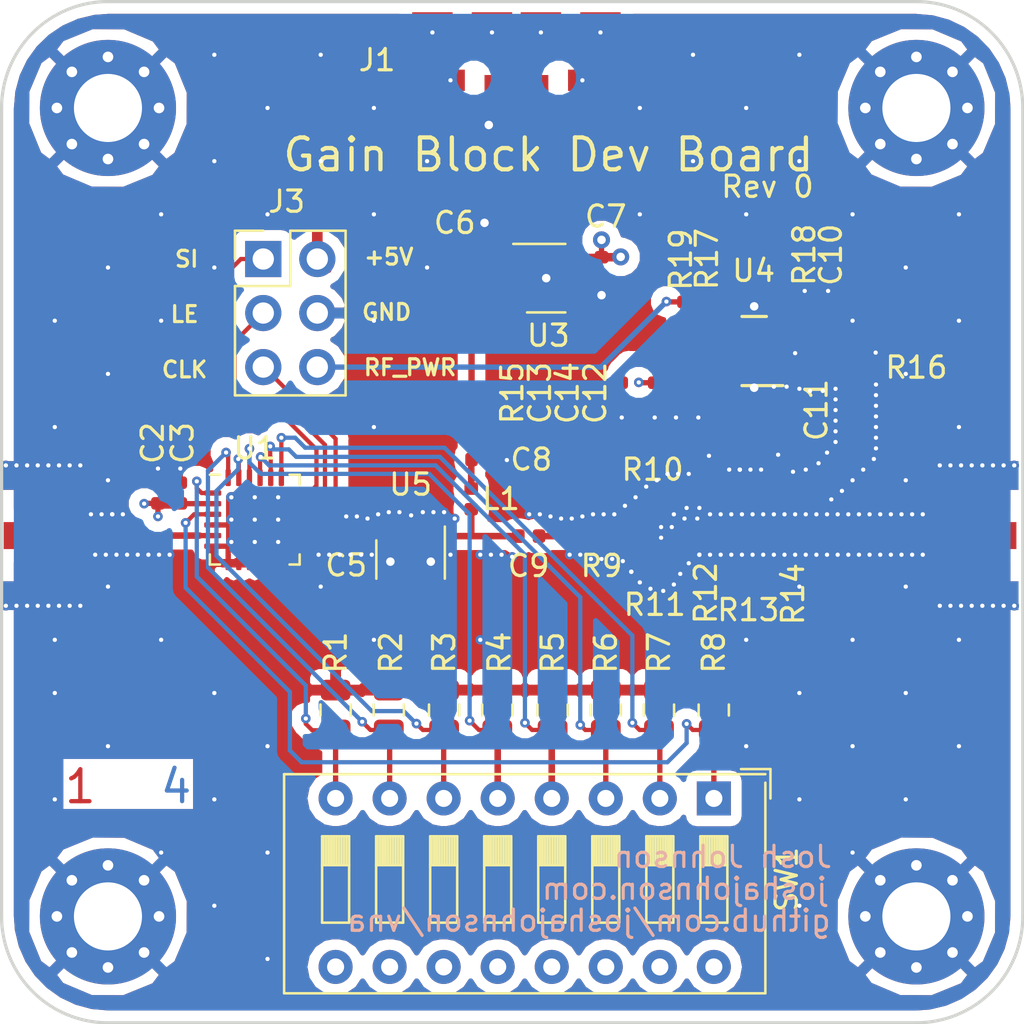
<source format=kicad_pcb>
(kicad_pcb (version 20171130) (host pcbnew "(5.0.2)-1")
  (layers (0 F.Cu signal hide) (1 In1.Cu signal hide) (2 In2.Cu signal hide) (31 B.Cu signal hide) (34 B.Paste user hide) (35 F.Paste user hide) (36 B.SilkS user hide) (37 F.SilkS user hide) (38 B.Mask user hide) (39 F.Mask user) (44 Edge.Cuts user))
  (net 0 "")
  (net 1 +5V)
  (net 2 GND)
  (net 3 +3.3VA)
  (net 4 "Net-(C5-Pad1)")
  (net 5 "Net-(C5-Pad2)")
  (net 6 "Net-(C9-Pad2)")
  (net 7 "Net-(C9-Pad1)")
  (net 8 "Net-(C10-Pad1)")
  (net 9 "Net-(C11-Pad2)")
  (net 10 "Net-(C11-Pad1)")
  (net 11 "Net-(C12-Pad2)")
  (net 12 "Net-(J1-Pad3)")
  (net 13 "Net-(J1-Pad4)")
  (net 14 "Net-(J1-Pad2)")
  (net 15 "Net-(J2-Pad1)")
  (net 16 /SI)
  (net 17 /LE)
  (net 18 /CLK)
  (net 19 /RF_PWR)
  (net 20 "Net-(J4-Pad1)")
  (net 21 "Net-(R1-Pad1)")
  (net 22 "Net-(R2-Pad1)")
  (net 23 "Net-(R3-Pad1)")
  (net 24 "Net-(R4-Pad1)")
  (net 25 "Net-(R5-Pad1)")
  (net 26 "Net-(R6-Pad1)")
  (net 27 "Net-(R7-Pad1)")
  (net 28 /nP_S)
  (net 29 "Net-(R10-Pad2)")
  (net 30 "Net-(R10-Pad1)")
  (net 31 "Net-(R15-Pad1)")
  (net 32 "Net-(R17-Pad1)")
  (net 33 "Net-(R17-Pad2)")
  (net 34 "Net-(U3-Pad4)")
  (module VNA_Footprints:QFN-24-1EP_4x4mm_P0.5mm_EP2.7x2.6mm_ThermalVias (layer F.Cu) (at 116.9 94.35)
    (fp_text reference U1 (at 0 -3.35) (layer F.SilkS))
    (fp_text value PE43711)
    (pad 25 smd roundrect (at 0 0) (size 2.7 2.6) (layers F.Cu F.Mask) (roundrect_rratio 0.096154) (net 2 GND))
    (pad 25 thru_hole circle (at -1.1 -1.05) (size 0.5 0.5) (drill 0.2) (layers *.Cu) (net 2 GND))
    (pad 25 thru_hole circle (at 0 -1.05) (size 0.5 0.5) (drill 0.2) (layers *.Cu) (net 2 GND))
    (pad 25 thru_hole circle (at 1.1 -1.05) (size 0.5 0.5) (drill 0.2) (layers *.Cu) (net 2 GND))
    (pad 25 thru_hole circle (at -1.1 0) (size 0.5 0.5) (drill 0.2) (layers *.Cu) (net 2 GND))
    (pad 25 thru_hole circle (at 0 0) (size 0.5 0.5) (drill 0.2) (layers *.Cu) (net 2 GND))
    (pad 25 thru_hole circle (at 1.1 0) (size 0.5 0.5) (drill 0.2) (layers *.Cu) (net 2 GND))
    (pad 25 thru_hole circle (at -1.1 1.05) (size 0.5 0.5) (drill 0.2) (layers *.Cu) (net 2 GND))
    (pad 25 thru_hole circle (at 0 1.05) (size 0.5 0.5) (drill 0.2) (layers *.Cu) (net 2 GND))
    (pad 25 thru_hole circle (at 1.1 1.05) (size 0.5 0.5) (drill 0.2) (layers *.Cu) (net 2 GND))
    (pad 1 smd roundrect (at -1.975 -1.25) (size 0.8 0.25) (layers F.Cu F.Paste F.Mask) (net 21 "Net-(R1-Pad1)"))
    (pad 2 smd roundrect (at -1.975 -0.75) (size 0.8 0.25) (layers F.Cu F.Paste F.Mask) (net 3 +3.3VA))
    (pad 3 smd roundrect (at -1.975 -0.25) (size 0.8 0.25) (layers F.Cu F.Paste F.Mask) (net 28 /nP_S))
    (pad 4 smd roundrect (at -1.975 0.25) (size 0.8 0.25) (layers F.Cu F.Paste F.Mask) (net 2 GND))
    (pad 5 smd roundrect (at -1.975 0.75) (size 0.8 0.25) (layers F.Cu F.Paste F.Mask) (net 15 "Net-(J2-Pad1)"))
    (pad 6 smd roundrect (at -1.975 1.25) (size 0.8 0.25) (layers F.Cu F.Paste F.Mask) (net 2 GND))
    (pad 7 smd roundrect (at -1.25 1.975) (size 0.25 0.8) (layers F.Cu F.Paste F.Mask) (net 2 GND))
    (pad 8 smd roundrect (at -0.75 1.975) (size 0.25 0.8) (layers F.Cu F.Paste F.Mask) (net 2 GND))
    (pad 9 smd roundrect (at -0.25 1.975) (size 0.25 0.8) (layers F.Cu F.Paste F.Mask) (net 2 GND))
    (pad 10 smd roundrect (at 0.25 1.975) (size 0.25 0.8) (layers F.Cu F.Paste F.Mask) (net 2 GND))
    (pad 11 smd roundrect (at 0.75 1.975) (size 0.25 0.8) (layers F.Cu F.Paste F.Mask) (net 2 GND))
    (pad 12 smd roundrect (at 1.25 1.975) (size 0.25 0.8) (layers F.Cu F.Paste F.Mask) (net 2 GND))
    (pad 13 smd roundrect (at 1.975 1.25) (size 0.8 0.25) (layers F.Cu F.Paste F.Mask) (net 2 GND))
    (pad 14 smd roundrect (at 1.975 0.75) (size 0.8 0.25) (layers F.Cu F.Paste F.Mask) (net 5 "Net-(C5-Pad2)"))
    (pad 15 smd roundrect (at 1.975 0.25) (size 0.8 0.25) (layers F.Cu F.Paste F.Mask) (net 2 GND))
    (pad 16 smd roundrect (at 1.975 -0.25) (size 0.8 0.25) (layers F.Cu F.Paste F.Mask) (net 18 /CLK))
    (pad 17 smd roundrect (at 1.975 -0.75) (size 0.8 0.25) (layers F.Cu F.Paste F.Mask) (net 17 /LE))
    (pad 18 smd roundrect (at 1.975 -1.25) (size 0.8 0.25) (layers F.Cu F.Paste F.Mask) (net 16 /SI))
    (pad 19 smd roundrect (at 1.25 -1.975) (size 0.25 0.8) (layers F.Cu F.Paste F.Mask) (net 27 "Net-(R7-Pad1)"))
    (pad 20 smd roundrect (at 0.75 -1.975) (size 0.25 0.8) (layers F.Cu F.Paste F.Mask) (net 26 "Net-(R6-Pad1)"))
    (pad 21 smd roundrect (at 0.25 -1.975) (size 0.25 0.8) (layers F.Cu F.Paste F.Mask) (net 25 "Net-(R5-Pad1)"))
    (pad 22 smd roundrect (at -0.25 -1.975) (size 0.25 0.8) (layers F.Cu F.Paste F.Mask) (net 24 "Net-(R4-Pad1)"))
    (pad 23 smd roundrect (at -0.75 -1.975) (size 0.25 0.8) (layers F.Cu F.Paste F.Mask) (net 23 "Net-(R3-Pad1)"))
    (pad 24 smd roundrect (at -1.25 -1.975) (size 0.25 0.8) (layers F.Cu F.Paste F.Mask) (net 22 "Net-(R2-Pad1)"))
  )
  (module Capacitor_SMD:C_0402_1005Metric (layer F.Cu) (at 112.35 93.1 270)
    (fp_text reference C2 (at -2.35 0.25 270) (layer F.SilkS))
    (fp_text value 100n)
    (pad 2 smd roundrect (at 0.485 0 270) (size 0.59 0.64) (layers F.Cu F.Paste F.Mask) (net 3 +3.3VA))
    (pad 1 smd roundrect (at -0.485 0 270) (size 0.59 0.64) (layers F.Cu F.Paste F.Mask) (net 2 GND))
  )
  (module Capacitor_SMD:C_0402_1005Metric (layer F.Cu) (at 113.4 93.1 270)
    (fp_text reference C3 (at -2.35 -0.1 270) (layer F.SilkS))
    (fp_text value 100p)
    (pad 1 smd roundrect (at -0.485 0 270) (size 0.59 0.64) (layers F.Cu F.Paste F.Mask) (net 2 GND))
    (pad 2 smd roundrect (at 0.485 0 270) (size 0.59 0.64) (layers F.Cu F.Paste F.Mask) (net 3 +3.3VA))
  )
  (module Capacitor_SMD:C_0402_1005Metric (layer F.Cu) (at 121.2 95.1 180)
    (fp_text reference C5 (at 0 -1.4 180) (layer F.SilkS))
    (fp_text value 100p)
    (pad 1 smd roundrect (at -0.485 0 180) (size 0.59 0.64) (layers F.Cu F.Paste F.Mask) (net 4 "Net-(C5-Pad1)"))
    (pad 2 smd roundrect (at 0.485 0 180) (size 0.59 0.64) (layers F.Cu F.Paste F.Mask) (net 5 "Net-(C5-Pad2)"))
  )
  (module Capacitor_SMD:C_0402_1005Metric (layer F.Cu) (at 129 80.4 180)
    (fp_text reference C6 (at 2.7 0 180) (layer F.SilkS))
    (fp_text value 1u)
    (pad 1 smd roundrect (at -0.485 0 180) (size 0.59 0.64) (layers F.Cu F.Paste F.Mask) (net 1 +5V))
    (pad 2 smd roundrect (at 0.485 0 180) (size 0.59 0.64) (layers F.Cu F.Paste F.Mask) (net 2 GND))
  )
  (module Capacitor_SMD:C_0402_1005Metric (layer F.Cu) (at 133.2 82.5 270)
    (fp_text reference C7 (at -2.4 -0.2) (layer F.SilkS))
    (fp_text value 1u)
    (pad 2 smd roundrect (at 0.485 0 270) (size 0.59 0.64) (layers F.Cu F.Paste F.Mask) (net 2 GND))
    (pad 1 smd roundrect (at -0.485 0 270) (size 0.59 0.64) (layers F.Cu F.Paste F.Mask) (net 3 +3.3VA))
  )
  (module Capacitor_SMD:C_0402_1005Metric (layer F.Cu) (at 127.575 91.525)
    (fp_text reference C8 (at 2.325 0) (layer F.SilkS))
    (fp_text value 100p)
    (pad 1 smd roundrect (at -0.485 0) (size 0.59 0.64) (layers F.Cu F.Paste F.Mask) (net 1 +5V))
    (pad 2 smd roundrect (at 0.485 0) (size 0.59 0.64) (layers F.Cu F.Paste F.Mask) (net 2 GND))
  )
  (module Capacitor_SMD:C_0402_1005Metric (layer F.Cu) (at 129.775 95.125 180)
    (fp_text reference C9 (at 0 -1.4 180) (layer F.SilkS))
    (fp_text value 100p)
    (pad 2 smd roundrect (at 0.485 0 180) (size 0.59 0.64) (layers F.Cu F.Paste F.Mask) (net 6 "Net-(C9-Pad2)"))
    (pad 1 smd roundrect (at -0.485 0 180) (size 0.59 0.64) (layers F.Cu F.Paste F.Mask) (net 7 "Net-(C9-Pad1)"))
  )
  (module Capacitor_SMD:C_0402_1005Metric (layer F.Cu) (at 143.85 84.675 90)
    (fp_text reference C10 (at 2.775 0.125 90) (layer F.SilkS))
    (fp_text value 8.2p)
    (pad 2 smd roundrect (at 0.485 0 90) (size 0.59 0.64) (layers F.Cu F.Paste F.Mask) (net 2 GND))
    (pad 1 smd roundrect (at -0.485 0 90) (size 0.59 0.64) (layers F.Cu F.Paste F.Mask) (net 8 "Net-(C10-Pad1)"))
  )
  (module Capacitor_SMD:C_0402_1005Metric (layer F.Cu) (at 143.375 87.175 180)
    (fp_text reference C11 (at 0.075 -2.025 90) (layer F.SilkS))
    (fp_text value 47n)
    (pad 2 smd roundrect (at 0.485 0 180) (size 0.59 0.64) (layers F.Cu F.Paste F.Mask) (net 9 "Net-(C11-Pad2)"))
    (pad 1 smd roundrect (at -0.485 0 180) (size 0.59 0.64) (layers F.Cu F.Paste F.Mask) (net 10 "Net-(C11-Pad1)"))
  )
  (module Capacitor_SMD:C_0402_1005Metric (layer F.Cu) (at 137.75 88.4 90)
    (fp_text reference C12 (at 0 -4.85 90) (layer F.SilkS))
    (fp_text value 47n)
    (pad 1 smd roundrect (at -0.485 0 90) (size 0.59 0.64) (layers F.Cu F.Paste F.Mask) (net 2 GND))
    (pad 2 smd roundrect (at 0.485 0 90) (size 0.59 0.64) (layers F.Cu F.Paste F.Mask) (net 11 "Net-(C12-Pad2)"))
  )
  (module VNA_Footprints:MicroUSB_Aliexpress (layer F.Cu) (at 129.2 70 180)
    (fp_text reference J1 (at 6.55 -2.75 180) (layer F.SilkS))
    (fp_text value USB_B_Micro)
    (pad 6 smd rect (at 1.15 -1.45 180) (size 1.9 1.9) (layers F.Cu F.Paste F.Mask) (net 2 GND))
    (pad 6 smd rect (at -1.15 -1.45 180) (size 1.9 1.9) (layers F.Cu F.Paste F.Mask) (net 2 GND))
    (pad 6 smd rect (at -3.95 -1.45 180) (size 1.9 1.9) (layers F.Cu F.Paste F.Mask) (net 2 GND))
    (pad 6 smd rect (at 3.95 -1.45 180) (size 1.9 1.9) (layers F.Cu F.Paste F.Mask) (net 2 GND))
    (pad 6 smd rect (at 3.1 -3.7 180) (size 1.35 1) (layers F.Cu F.Paste F.Mask) (net 2 GND))
    (pad 6 smd rect (at -3.1 -3.7 180) (size 1.35 1) (layers F.Cu F.Paste F.Mask) (net 2 GND))
    (pad 3 smd rect (at 0 -4.125 180) (size 0.4 1.35) (layers F.Cu F.Paste F.Mask) (net 12 "Net-(J1-Pad3)"))
    (pad "" np_thru_hole circle (at -2 -3.58 180) (size 0.6 0.6) (drill 0.6) (layers *.Cu *.Mask))
    (pad "" np_thru_hole circle (at 2 -3.58 180) (size 0.6 0.6) (drill 0.6) (layers *.Mask F.Cu))
    (pad 5 smd rect (at 1.3 -4.125 180) (size 0.4 1.35) (layers F.Cu F.Paste F.Mask) (net 2 GND))
    (pad 4 smd rect (at 0.65 -4.125 180) (size 0.4 1.35) (layers F.Cu F.Paste F.Mask) (net 13 "Net-(J1-Pad4)"))
    (pad 1 smd rect (at -1.3 -4.125 180) (size 0.4 1.35) (layers F.Cu F.Paste F.Mask) (net 1 +5V))
    (pad 2 smd rect (at -0.65 -4.125 180) (size 0.4 1.35) (layers F.Cu F.Paste F.Mask) (net 14 "Net-(J1-Pad2)"))
  )
  (module VNA_Footprints:SMA_EDGE_MOUNT (layer F.Cu) (at 107.1 95.1 180)
    (fp_text reference J2)
    (fp_text value RF_IN)
    (pad 1 smd rect (at 0.2 0 270) (size 1.27 3.6) (layers F.Cu F.Mask) (net 15 "Net-(J2-Pad1)"))
    (pad 2 smd rect (at 0 -2.825 270) (size 1.35 4.2) (layers F.Cu F.Mask) (net 2 GND))
    (pad 2 smd rect (at 0 2.825 270) (size 1.35 4.2) (layers F.Cu F.Mask) (net 2 GND))
    (pad 2 smd rect (at 0 -2.825 270) (size 1.35 4.2) (layers B.Cu B.Mask) (net 2 GND))
    (pad 2 smd rect (at 0 2.825 270) (size 1.35 4.2) (layers B.Cu B.Mask) (net 2 GND))
  )
  (module VNA_Footprints:SMA_EDGE_MOUNT (layer F.Cu) (at 150.7 95.1)
    (fp_text reference J4)
    (fp_text value RF_OUT)
    (pad 2 smd rect (at 0 2.825 90) (size 1.35 4.2) (layers B.Cu B.Mask) (net 2 GND))
    (pad 2 smd rect (at 0 -2.825 90) (size 1.35 4.2) (layers B.Cu B.Mask) (net 2 GND))
    (pad 2 smd rect (at 0 2.825 90) (size 1.35 4.2) (layers F.Cu F.Mask) (net 2 GND))
    (pad 2 smd rect (at 0 -2.825 90) (size 1.35 4.2) (layers F.Cu F.Mask) (net 2 GND))
    (pad 1 smd rect (at 0.2 0 90) (size 1.27 3.6) (layers F.Cu F.Mask) (net 20 "Net-(J4-Pad1)"))
  )
  (module Inductor_SMD:L_0402_1005Metric (layer F.Cu) (at 127.075 93.375 270)
    (fp_text reference L1 (at 0 -1.4) (layer F.SilkS))
    (fp_text value 22n)
    (pad 1 smd roundrect (at -0.485 0 270) (size 0.59 0.64) (layers F.Cu F.Paste F.Mask) (net 1 +5V))
    (pad 2 smd roundrect (at 0.485 0 270) (size 0.59 0.64) (layers F.Cu F.Paste F.Mask) (net 6 "Net-(C9-Pad2)"))
  )
  (module Resistor_SMD:R_0805_2012Metric (layer F.Cu) (at 120.7 103.3 90)
    (fp_text reference R1 (at 2.7 0 90) (layer F.SilkS))
    (fp_text value 10k)
    (pad 1 smd roundrect (at -0.9375 0 90) (size 0.975 1.4) (layers F.Cu F.Paste F.Mask) (net 21 "Net-(R1-Pad1)"))
    (pad 2 smd roundrect (at 0.9375 0 90) (size 0.975 1.4) (layers F.Cu F.Paste F.Mask) (net 2 GND))
  )
  (module Resistor_SMD:R_0805_2012Metric (layer F.Cu) (at 123.2 103.3 90)
    (fp_text reference R2 (at 2.7 0.1 90) (layer F.SilkS))
    (fp_text value 10k)
    (pad 2 smd roundrect (at 0.9375 0 90) (size 0.975 1.4) (layers F.Cu F.Paste F.Mask) (net 2 GND))
    (pad 1 smd roundrect (at -0.9375 0 90) (size 0.975 1.4) (layers F.Cu F.Paste F.Mask) (net 22 "Net-(R2-Pad1)"))
  )
  (module Resistor_SMD:R_0805_2012Metric (layer F.Cu) (at 125.8 103.3 90)
    (fp_text reference R3 (at 2.7 0 90) (layer F.SilkS))
    (fp_text value 10k)
    (pad 1 smd roundrect (at -0.9375 0 90) (size 0.975 1.4) (layers F.Cu F.Paste F.Mask) (net 23 "Net-(R3-Pad1)"))
    (pad 2 smd roundrect (at 0.9375 0 90) (size 0.975 1.4) (layers F.Cu F.Paste F.Mask) (net 2 GND))
  )
  (module Resistor_SMD:R_0805_2012Metric (layer F.Cu) (at 128.3 103.3 90)
    (fp_text reference R4 (at 2.7 0.1 90) (layer F.SilkS))
    (fp_text value 10k)
    (pad 2 smd roundrect (at 0.9375 0 90) (size 0.975 1.4) (layers F.Cu F.Paste F.Mask) (net 2 GND))
    (pad 1 smd roundrect (at -0.9375 0 90) (size 0.975 1.4) (layers F.Cu F.Paste F.Mask) (net 24 "Net-(R4-Pad1)"))
  )
  (module Resistor_SMD:R_0805_2012Metric (layer F.Cu) (at 130.9 103.3 90)
    (fp_text reference R5 (at 2.7 0 90) (layer F.SilkS))
    (fp_text value 10k)
    (pad 1 smd roundrect (at -0.9375 0 90) (size 0.975 1.4) (layers F.Cu F.Paste F.Mask) (net 25 "Net-(R5-Pad1)"))
    (pad 2 smd roundrect (at 0.9375 0 90) (size 0.975 1.4) (layers F.Cu F.Paste F.Mask) (net 2 GND))
  )
  (module Resistor_SMD:R_0805_2012Metric (layer F.Cu) (at 133.4 103.3 90)
    (fp_text reference R6 (at 2.7 0 90) (layer F.SilkS))
    (fp_text value 10k)
    (pad 2 smd roundrect (at 0.9375 0 90) (size 0.975 1.4) (layers F.Cu F.Paste F.Mask) (net 2 GND))
    (pad 1 smd roundrect (at -0.9375 0 90) (size 0.975 1.4) (layers F.Cu F.Paste F.Mask) (net 26 "Net-(R6-Pad1)"))
  )
  (module Resistor_SMD:R_0805_2012Metric (layer F.Cu) (at 135.9 103.3 90)
    (fp_text reference R7 (at 2.7 0 90) (layer F.SilkS))
    (fp_text value 10k)
    (pad 1 smd roundrect (at -0.9375 0 90) (size 0.975 1.4) (layers F.Cu F.Paste F.Mask) (net 27 "Net-(R7-Pad1)"))
    (pad 2 smd roundrect (at 0.9375 0 90) (size 0.975 1.4) (layers F.Cu F.Paste F.Mask) (net 2 GND))
  )
  (module Resistor_SMD:R_0805_2012Metric (layer F.Cu) (at 138.475 103.3 90)
    (fp_text reference R8 (at 2.7 0 90) (layer F.SilkS))
    (fp_text value 10k)
    (pad 2 smd roundrect (at 0.9375 0 90) (size 0.975 1.4) (layers F.Cu F.Paste F.Mask) (net 2 GND))
    (pad 1 smd roundrect (at -0.9375 0 90) (size 0.975 1.4) (layers F.Cu F.Paste F.Mask) (net 28 /nP_S))
  )
  (module Resistor_SMD:R_0402_1005Metric (layer F.Cu) (at 133.2 95.125 180)
    (fp_text reference R9 (at 0 -1.4 180) (layer F.SilkS))
    (fp_text value 16)
    (pad 1 smd roundrect (at -0.485 0 180) (size 0.59 0.64) (layers F.Cu F.Paste F.Mask) (net 29 "Net-(R10-Pad2)"))
    (pad 2 smd roundrect (at 0.485 0 180) (size 0.59 0.64) (layers F.Cu F.Paste F.Mask) (net 7 "Net-(C9-Pad1)"))
  )
  (module Resistor_SMD:R_0402_1005Metric (layer F.Cu) (at 135.5 93.9 225)
    (fp_text reference R10 (at -1.414214 1.272792) (layer F.SilkS))
    (fp_text value 16)
    (pad 1 smd roundrect (at -0.485 0 225) (size 0.59 0.64) (layers F.Cu F.Paste F.Mask) (net 30 "Net-(R10-Pad1)"))
    (pad 2 smd roundrect (at 0.485 0 225) (size 0.59 0.64) (layers F.Cu F.Paste F.Mask) (net 29 "Net-(R10-Pad2)"))
  )
  (module Resistor_SMD:R_0402_1005Metric (layer F.Cu) (at 135.5 96.25 135)
    (fp_text reference R11 (at -1.626346 -1.343503 180) (layer F.SilkS))
    (fp_text value 16)
    (pad 2 smd roundrect (at 0.485 0 135) (size 0.59 0.64) (layers F.Cu F.Paste F.Mask) (net 29 "Net-(R10-Pad2)"))
    (pad 1 smd roundrect (at -0.485 0 135) (size 0.59 0.64) (layers F.Cu F.Paste F.Mask) (net 20 "Net-(J4-Pad1)"))
  )
  (module Resistor_SMD:R_0402_1005Metric (layer F.Cu) (at 138.25 92.5 90)
    (fp_text reference R12 (at -5.3 -0.15 90) (layer F.SilkS))
    (fp_text value OPT)
    (pad 1 smd roundrect (at -0.485 0 90) (size 0.59 0.64) (layers F.Cu F.Paste F.Mask) (net 30 "Net-(R10-Pad1)"))
    (pad 2 smd roundrect (at 0.485 0 90) (size 0.59 0.64) (layers F.Cu F.Paste F.Mask) (net 2 GND))
  )
  (module Resistor_SMD:R_0402_1005Metric (layer F.Cu) (at 139.9 93 180)
    (fp_text reference R13 (at -0.2 -5.6) (layer F.SilkS))
    (fp_text value 0)
    (pad 2 smd roundrect (at 0.485 0 180) (size 0.59 0.64) (layers F.Cu F.Paste F.Mask) (net 30 "Net-(R10-Pad1)"))
    (pad 1 smd roundrect (at -0.485 0 180) (size 0.59 0.64) (layers F.Cu F.Paste F.Mask) (net 10 "Net-(C11-Pad1)"))
  )
  (module Resistor_SMD:R_0402_1005Metric (layer F.Cu) (at 141.5 92.5 90)
    (fp_text reference R14 (at -5.35 0.7 90) (layer F.SilkS))
    (fp_text value OPT)
    (pad 1 smd roundrect (at -0.485 0 90) (size 0.59 0.64) (layers F.Cu F.Paste F.Mask) (net 10 "Net-(C11-Pad1)"))
    (pad 2 smd roundrect (at 0.485 0 90) (size 0.59 0.64) (layers F.Cu F.Paste F.Mask) (net 2 GND))
  )
  (module Resistor_SMD:R_0402_1005Metric (layer F.Cu) (at 134.125 88.4 270)
    (fp_text reference R15 (at 0 5.125 270) (layer F.SilkS))
    (fp_text value 18k)
    (pad 1 smd roundrect (at -0.485 0 270) (size 0.59 0.64) (layers F.Cu F.Paste F.Mask) (net 31 "Net-(R15-Pad1)"))
    (pad 2 smd roundrect (at 0.485 0 270) (size 0.59 0.64) (layers F.Cu F.Paste F.Mask) (net 2 GND))
  )
  (module Resistor_SMD:R_0402_1005Metric (layer F.Cu) (at 145.6 87.2 180)
    (fp_text reference R16 (at -2.4 0 180) (layer F.SilkS))
    (fp_text value 52.3)
    (pad 2 smd roundrect (at 0.485 0 180) (size 0.59 0.64) (layers F.Cu F.Paste F.Mask) (net 10 "Net-(C11-Pad1)"))
    (pad 1 smd roundrect (at -0.485 0 180) (size 0.59 0.64) (layers F.Cu F.Paste F.Mask) (net 2 GND))
  )
  (module Resistor_SMD:R_0402_1005Metric (layer F.Cu) (at 138.2 84.6 90)
    (fp_text reference R17 (at 2.5 -0.05 90) (layer F.SilkS))
    (fp_text value OPT)
    (pad 1 smd roundrect (at -0.485 0 90) (size 0.59 0.64) (layers F.Cu F.Paste F.Mask) (net 32 "Net-(R17-Pad1)"))
    (pad 2 smd roundrect (at 0.485 0 90) (size 0.59 0.64) (layers F.Cu F.Paste F.Mask) (net 33 "Net-(R17-Pad2)"))
  )
  (module Resistor_SMD:R_0402_1005Metric (layer F.Cu) (at 142.75 84.675 90)
    (fp_text reference R18 (at 2.775 -0.025 90) (layer F.SilkS))
    (fp_text value OPT)
    (pad 2 smd roundrect (at 0.485 0 90) (size 0.59 0.64) (layers F.Cu F.Paste F.Mask) (net 2 GND))
    (pad 1 smd roundrect (at -0.485 0 90) (size 0.59 0.64) (layers F.Cu F.Paste F.Mask) (net 33 "Net-(R17-Pad2)"))
  )
  (module Resistor_SMD:R_0402_1005Metric (layer F.Cu) (at 137.075 84.6 270)
    (fp_text reference R19 (at -2.475 0.15 270) (layer F.SilkS))
    (fp_text value 1k)
    (pad 2 smd roundrect (at 0.485 0 270) (size 0.59 0.64) (layers F.Cu F.Paste F.Mask) (net 32 "Net-(R17-Pad1)"))
    (pad 1 smd roundrect (at -0.485 0 270) (size 0.59 0.64) (layers F.Cu F.Paste F.Mask) (net 19 /RF_PWR))
  )
  (module VNA_Footprints:SW_DIP_SPSTx08_Slide_9.9x21.7mm_W7.8mm_P2.54mm (layer F.Cu) (at 138.48 107.455 270)
    (fp_text reference SW1 (at 3.81 -3.42 270) (layer F.SilkS))
    (fp_text value SW_DIP_x08)
    (pad 1 thru_hole rect (at 0 0 270) (size 1.6 1.6) (drill 0.8) (layers *.Cu *.Mask) (net 28 /nP_S))
    (pad 9 thru_hole oval (at 7.92 17.78 270) (size 1.6 1.6) (drill 0.8) (layers *.Cu *.Mask) (net 3 +3.3VA))
    (pad 2 thru_hole oval (at 0 2.54 270) (size 1.6 1.6) (drill 0.8) (layers *.Cu *.Mask) (net 27 "Net-(R7-Pad1)"))
    (pad 10 thru_hole oval (at 7.92 15.24 270) (size 1.6 1.6) (drill 0.8) (layers *.Cu *.Mask) (net 3 +3.3VA))
    (pad 3 thru_hole oval (at 0 5.08 270) (size 1.6 1.6) (drill 0.8) (layers *.Cu *.Mask) (net 26 "Net-(R6-Pad1)"))
    (pad 11 thru_hole oval (at 7.92 12.7 270) (size 1.6 1.6) (drill 0.8) (layers *.Cu *.Mask) (net 3 +3.3VA))
    (pad 4 thru_hole oval (at 0 7.62 270) (size 1.6 1.6) (drill 0.8) (layers *.Cu *.Mask) (net 25 "Net-(R5-Pad1)"))
    (pad 12 thru_hole oval (at 7.92 10.16 270) (size 1.6 1.6) (drill 0.8) (layers *.Cu *.Mask) (net 3 +3.3VA))
    (pad 5 thru_hole oval (at 0 10.16 270) (size 1.6 1.6) (drill 0.8) (layers *.Cu *.Mask) (net 24 "Net-(R4-Pad1)"))
    (pad 13 thru_hole oval (at 7.92 7.62 270) (size 1.6 1.6) (drill 0.8) (layers *.Cu *.Mask) (net 3 +3.3VA))
    (pad 6 thru_hole oval (at 0 12.7 270) (size 1.6 1.6) (drill 0.8) (layers *.Cu *.Mask) (net 23 "Net-(R3-Pad1)"))
    (pad 14 thru_hole oval (at 7.92 5.08 270) (size 1.6 1.6) (drill 0.8) (layers *.Cu *.Mask) (net 3 +3.3VA))
    (pad 7 thru_hole oval (at 0 15.24 270) (size 1.6 1.6) (drill 0.8) (layers *.Cu *.Mask) (net 22 "Net-(R2-Pad1)"))
    (pad 15 thru_hole oval (at 7.92 2.54 270) (size 1.6 1.6) (drill 0.8) (layers *.Cu *.Mask) (net 3 +3.3VA))
    (pad 8 thru_hole oval (at 0 17.78 270) (size 1.6 1.6) (drill 0.8) (layers *.Cu *.Mask) (net 21 "Net-(R1-Pad1)"))
    (pad 16 thru_hole oval (at 7.92 0 270) (size 1.6 1.6) (drill 0.8) (layers *.Cu *.Mask) (net 3 +3.3VA))
  )
  (module Package_TO_SOT_SMD:SOT-23-5 (layer F.Cu) (at 130.6 83)
    (fp_text reference U3 (at 0.1 2.7) (layer F.SilkS))
    (fp_text value LP5907MFX-3.3)
    (pad 1 smd rect (at -1.1 -0.95) (size 1.06 0.65) (layers F.Cu F.Paste F.Mask) (net 1 +5V))
    (pad 2 smd rect (at -1.1 0) (size 1.06 0.65) (layers F.Cu F.Paste F.Mask) (net 2 GND))
    (pad 3 smd rect (at -1.1 0.95) (size 1.06 0.65) (layers F.Cu F.Paste F.Mask) (net 1 +5V))
    (pad 4 smd rect (at 1.1 0.95) (size 1.06 0.65) (layers F.Cu F.Paste F.Mask) (net 34 "Net-(U3-Pad4)"))
    (pad 5 smd rect (at 1.1 -0.95) (size 1.06 0.65) (layers F.Cu F.Paste F.Mask) (net 3 +3.3VA))
  )
  (module Package_DFN_QFN:DFN-8-1EP_2x3mm_P0.5mm_EP0.61x2.2mm (layer F.Cu) (at 140.375 86.425 180)
    (fp_text reference U4 (at 0.025 3.775 180) (layer F.SilkS))
    (fp_text value AD8319)
    (pad 1 smd rect (at -0.925 -0.75 180) (size 0.7 0.25) (layers F.Cu F.Paste F.Mask) (net 9 "Net-(C11-Pad2)"))
    (pad 2 smd rect (at -0.925 -0.25 180) (size 0.7 0.25) (layers F.Cu F.Paste F.Mask) (net 2 GND))
    (pad 3 smd rect (at -0.925 0.25 180) (size 0.7 0.25) (layers F.Cu F.Paste F.Mask) (net 8 "Net-(C10-Pad1)"))
    (pad 4 smd rect (at -0.925 0.75 180) (size 0.7 0.25) (layers F.Cu F.Paste F.Mask) (net 33 "Net-(R17-Pad2)"))
    (pad 5 smd rect (at 0.925 0.75 180) (size 0.7 0.25) (layers F.Cu F.Paste F.Mask) (net 32 "Net-(R17-Pad1)"))
    (pad 6 smd rect (at 0.925 0.25 180) (size 0.7 0.25) (layers F.Cu F.Paste F.Mask) (net 31 "Net-(R15-Pad1)"))
    (pad 7 smd rect (at 0.925 -0.25 180) (size 0.7 0.25) (layers F.Cu F.Paste F.Mask) (net 3 +3.3VA))
    (pad 8 smd rect (at 0.925 -0.75 180) (size 0.7 0.25) (layers F.Cu F.Paste F.Mask) (net 11 "Net-(C12-Pad2)"))
    (pad 9 smd rect (at 0 0 180) (size 0.61 2.2) (layers F.Cu F.Mask) (net 2 GND))
  )
  (module Capacitor_SMD:C_0402_1005Metric (layer F.Cu) (at 135.7 88.4 90)
    (fp_text reference C13 (at 0 -5.4 90) (layer F.SilkS))
    (fp_text value 100n)
    (pad 1 smd roundrect (at -0.485 0 90) (size 0.59 0.64) (layers F.Cu F.Paste F.Mask) (net 2 GND))
    (pad 2 smd roundrect (at 0.485 0 90) (size 0.59 0.64) (layers F.Cu F.Paste F.Mask) (net 3 +3.3VA))
  )
  (module Capacitor_SMD:C_0402_1005Metric (layer F.Cu) (at 136.725 88.4 90)
    (fp_text reference C14 (at 0 -5.125 90) (layer F.SilkS))
    (fp_text value 100p)
    (pad 2 smd roundrect (at 0.485 0 90) (size 0.59 0.64) (layers F.Cu F.Paste F.Mask) (net 3 +3.3VA))
    (pad 1 smd roundrect (at -0.485 0 90) (size 0.59 0.64) (layers F.Cu F.Paste F.Mask) (net 2 GND))
  )
  (module MountingHole:MountingHole_3.2mm_M3_Pad_Via (layer F.Cu) (at 110 75)
    (fp_text reference H1)
    (fp_text value MountingHole_Pad)
    (pad 1 thru_hole circle (at 1.697056 -1.697056) (size 0.8 0.8) (drill 0.5) (layers *.Cu *.Mask) (net 2 GND))
    (pad 1 thru_hole circle (at 0 -2.4) (size 0.8 0.8) (drill 0.5) (layers *.Cu *.Mask) (net 2 GND))
    (pad 1 thru_hole circle (at -1.697056 -1.697056) (size 0.8 0.8) (drill 0.5) (layers *.Cu *.Mask) (net 2 GND))
    (pad 1 thru_hole circle (at -2.4 0) (size 0.8 0.8) (drill 0.5) (layers *.Cu *.Mask) (net 2 GND))
    (pad 1 thru_hole circle (at -1.697056 1.697056) (size 0.8 0.8) (drill 0.5) (layers *.Cu *.Mask) (net 2 GND))
    (pad 1 thru_hole circle (at 0 2.4) (size 0.8 0.8) (drill 0.5) (layers *.Cu *.Mask) (net 2 GND))
    (pad 1 thru_hole circle (at 1.697056 1.697056) (size 0.8 0.8) (drill 0.5) (layers *.Cu *.Mask) (net 2 GND))
    (pad 1 thru_hole circle (at 2.4 0) (size 0.8 0.8) (drill 0.5) (layers *.Cu *.Mask) (net 2 GND))
    (pad 1 thru_hole circle (at 0 0) (size 6.4 6.4) (drill 3.2) (layers *.Cu *.Mask) (net 2 GND))
  )
  (module MountingHole:MountingHole_3.2mm_M3_Pad_Via (layer F.Cu) (at 148 113)
    (fp_text reference H2)
    (fp_text value MountingHole_Pad)
    (pad 1 thru_hole circle (at 0 0) (size 6.4 6.4) (drill 3.2) (layers *.Cu *.Mask) (net 2 GND))
    (pad 1 thru_hole circle (at 2.4 0) (size 0.8 0.8) (drill 0.5) (layers *.Cu *.Mask) (net 2 GND))
    (pad 1 thru_hole circle (at 1.697056 1.697056) (size 0.8 0.8) (drill 0.5) (layers *.Cu *.Mask) (net 2 GND))
    (pad 1 thru_hole circle (at 0 2.4) (size 0.8 0.8) (drill 0.5) (layers *.Cu *.Mask) (net 2 GND))
    (pad 1 thru_hole circle (at -1.697056 1.697056) (size 0.8 0.8) (drill 0.5) (layers *.Cu *.Mask) (net 2 GND))
    (pad 1 thru_hole circle (at -2.4 0) (size 0.8 0.8) (drill 0.5) (layers *.Cu *.Mask) (net 2 GND))
    (pad 1 thru_hole circle (at -1.697056 -1.697056) (size 0.8 0.8) (drill 0.5) (layers *.Cu *.Mask) (net 2 GND))
    (pad 1 thru_hole circle (at 0 -2.4) (size 0.8 0.8) (drill 0.5) (layers *.Cu *.Mask) (net 2 GND))
    (pad 1 thru_hole circle (at 1.697056 -1.697056) (size 0.8 0.8) (drill 0.5) (layers *.Cu *.Mask) (net 2 GND))
  )
  (module MountingHole:MountingHole_3.2mm_M3_Pad_Via (layer F.Cu) (at 110 113)
    (fp_text reference H3)
    (fp_text value MountingHole_Pad)
    (pad 1 thru_hole circle (at 0 0) (size 6.4 6.4) (drill 3.2) (layers *.Cu *.Mask) (net 2 GND))
    (pad 1 thru_hole circle (at 2.4 0) (size 0.8 0.8) (drill 0.5) (layers *.Cu *.Mask) (net 2 GND))
    (pad 1 thru_hole circle (at 1.697056 1.697056) (size 0.8 0.8) (drill 0.5) (layers *.Cu *.Mask) (net 2 GND))
    (pad 1 thru_hole circle (at 0 2.4) (size 0.8 0.8) (drill 0.5) (layers *.Cu *.Mask) (net 2 GND))
    (pad 1 thru_hole circle (at -1.697056 1.697056) (size 0.8 0.8) (drill 0.5) (layers *.Cu *.Mask) (net 2 GND))
    (pad 1 thru_hole circle (at -2.4 0) (size 0.8 0.8) (drill 0.5) (layers *.Cu *.Mask) (net 2 GND))
    (pad 1 thru_hole circle (at -1.697056 -1.697056) (size 0.8 0.8) (drill 0.5) (layers *.Cu *.Mask) (net 2 GND))
    (pad 1 thru_hole circle (at 0 -2.4) (size 0.8 0.8) (drill 0.5) (layers *.Cu *.Mask) (net 2 GND))
    (pad 1 thru_hole circle (at 1.697056 -1.697056) (size 0.8 0.8) (drill 0.5) (layers *.Cu *.Mask) (net 2 GND))
  )
  (module MountingHole:MountingHole_3.2mm_M3_Pad_Via (layer F.Cu) (at 148 75)
    (fp_text reference H4)
    (fp_text value MountingHole_Pad)
    (pad 1 thru_hole circle (at 1.697056 -1.697056) (size 0.8 0.8) (drill 0.5) (layers *.Cu *.Mask) (net 2 GND))
    (pad 1 thru_hole circle (at 0 -2.4) (size 0.8 0.8) (drill 0.5) (layers *.Cu *.Mask) (net 2 GND))
    (pad 1 thru_hole circle (at -1.697056 -1.697056) (size 0.8 0.8) (drill 0.5) (layers *.Cu *.Mask) (net 2 GND))
    (pad 1 thru_hole circle (at -2.4 0) (size 0.8 0.8) (drill 0.5) (layers *.Cu *.Mask) (net 2 GND))
    (pad 1 thru_hole circle (at -1.697056 1.697056) (size 0.8 0.8) (drill 0.5) (layers *.Cu *.Mask) (net 2 GND))
    (pad 1 thru_hole circle (at 0 2.4) (size 0.8 0.8) (drill 0.5) (layers *.Cu *.Mask) (net 2 GND))
    (pad 1 thru_hole circle (at 1.697056 1.697056) (size 0.8 0.8) (drill 0.5) (layers *.Cu *.Mask) (net 2 GND))
    (pad 1 thru_hole circle (at 2.4 0) (size 0.8 0.8) (drill 0.5) (layers *.Cu *.Mask) (net 2 GND))
    (pad 1 thru_hole circle (at 0 0) (size 6.4 6.4) (drill 3.2) (layers *.Cu *.Mask) (net 2 GND))
  )
  (module Connector_PinHeader_2.54mm:PinHeader_2x03_P2.54mm_Vertical (layer F.Cu) (at 117.3 82.1)
    (fp_text reference J3 (at 1.1 -2.7 180) (layer F.SilkS))
    (fp_text value Conn_02x03_Odd_Even)
    (pad 1 thru_hole rect (at 0 0) (size 1.7 1.7) (drill 1) (layers *.Cu *.Mask) (net 16 /SI))
    (pad 2 thru_hole oval (at 2.54 0) (size 1.7 1.7) (drill 1) (layers *.Cu *.Mask) (net 1 +5V))
    (pad 3 thru_hole oval (at 0 2.54) (size 1.7 1.7) (drill 1) (layers *.Cu *.Mask) (net 17 /LE))
    (pad 4 thru_hole oval (at 2.54 2.54) (size 1.7 1.7) (drill 1) (layers *.Cu *.Mask) (net 2 GND))
    (pad 5 thru_hole oval (at 0 5.08) (size 1.7 1.7) (drill 1) (layers *.Cu *.Mask) (net 18 /CLK))
    (pad 6 thru_hole oval (at 2.54 5.08) (size 1.7 1.7) (drill 1) (layers *.Cu *.Mask) (net 19 /RF_PWR))
  )
  (module Package_TO_SOT_SMD:SOT-23-6 (layer F.Cu) (at 124.225 96.225 270)
    (fp_text reference U5 (at -3.525 0) (layer F.SilkS))
    (fp_text value HMC313)
    (pad 1 smd rect (at -1.1 -0.95 270) (size 1.06 0.65) (layers F.Cu F.Paste F.Mask) (net 6 "Net-(C9-Pad2)"))
    (pad 2 smd rect (at -1.1 0 270) (size 1.06 0.65) (layers F.Cu F.Paste F.Mask) (net 2 GND))
    (pad 3 smd rect (at -1.1 0.95 270) (size 1.06 0.65) (layers F.Cu F.Paste F.Mask) (net 4 "Net-(C5-Pad1)"))
    (pad 4 smd rect (at 1.1 0.95 270) (size 1.06 0.65) (layers F.Cu F.Paste F.Mask) (net 2 GND))
    (pad 6 smd rect (at 1.1 -0.95 270) (size 1.06 0.65) (layers F.Cu F.Paste F.Mask) (net 2 GND))
    (pad 5 smd rect (at 1.1 0 270) (size 1.06 0.65) (layers F.Cu F.Paste F.Mask) (net 2 GND))
  )
  (module VNA_Footprints:BoardTitle (layer F.Cu) (at 134 75)
    (fp_text reference REF**)
    (fp_text value "Board Title")
    (fp_text user "Rev 0" (at 7 3.7) (layer F.SilkS))
    (fp_text user "Gain Block Dev Board" (at -3.3 2.2) (layer F.SilkS) (effects (font (size 1.5 1.5) (thickness 0.2))))
  )
  (module VNA_Footprints:JoshDetails (layer B.Cu) (at 139.1 111.2 180)
    (fp_text reference REF**)
    (fp_text value "Josh Details")
    (fp_text user github.com/joshajohnson/vna (at 6.5 -2 180) (layer B.SilkS) (effects (justify mirror)))
    (fp_text user joshajohnson.com (at 2 -0.5 180) (layer B.SilkS) (effects (justify mirror)))
    (fp_text user "Josh Johnson" (at 0.2 1) (layer B.SilkS) (effects (justify mirror)))
  )
  (module VNA_Footprints:4LayerCheck (layer F.Cu) (at 111.2 106.9)
    (fp_text reference REF**)
    (fp_text value 4LayerCheck)
    (fp_text user 4 (at 2 0) (layer B.Cu) (effects (font (size 1.5 1.5) (thickness 0.2))))
    (fp_text user 1 (at -2.5 0) (layer F.Cu) (effects (font (size 1.5 1.5) (thickness 0.2))))
  )
  (module VNA_Footprints:OSHW_Logo_3.6x3.6_F.Mask (layer F.Cu) (at 110.9 103.3)
    (fp_text reference G*** hide)
    (fp_text value LOGO hide)
  )
  (gr_text CLK (at 113.6 87.3) (layer F.SilkS) (effects (font (size 0.75 0.75))))
  (gr_text LE (at 113.6 84.7) (layer F.SilkS) (effects (font (size 0.75 0.75))))
  (gr_text SI (at 113.7 82.1) (layer F.SilkS) (effects (font (size 0.75 0.75))))
  (gr_text RF_PWR (at 124.2 87.2) (layer F.SilkS) (effects (font (size 0.75 0.75))))
  (gr_text GND (at 123.1 84.6) (layer F.SilkS) (effects (font (size 0.75 0.75))))
  (gr_text +5V (at 123.2 82) (layer F.SilkS) (effects (font (size 0.75 0.75))))
  (gr_arc (start 110 113) (end 105 113) (angle -90) (layer Edge.Cuts) (width 0.15))
  (gr_line (start 148 118) (end 110 118) (layer Edge.Cuts) (width 0.15))
  (gr_line (start 105 113) (end 105 75) (layer Edge.Cuts) (width 0.15))
  (gr_arc (start 110 75) (end 110 70) (angle -90) (layer Edge.Cuts) (width 0.15))
  (gr_arc (start 148 113) (end 148 118) (angle -90) (layer Edge.Cuts) (width 0.15))
  (gr_line (start 153 75) (end 153 113) (layer Edge.Cuts) (width 0.15))
  (gr_arc (start 148 75) (end 153 75) (angle -90) (layer Edge.Cuts) (width 0.15))
  (gr_line (start 110 70) (end 148 70) (layer Edge.Cuts) (width 0.15))
  (segment (start 127.075 91.54) (end 127.09 91.525) (width 0.31) (layer F.Cu) (net 1))
  (segment (start 127.075 92.89) (end 127.075 91.54) (width 0.31) (layer F.Cu) (net 1))
  (segment (start 128.47 82.05) (end 129.5 82.05) (width 0.5) (layer F.Cu) (net 1))
  (segment (start 128.3 82.22) (end 128.47 82.05) (width 0.5) (layer F.Cu) (net 1))
  (segment (start 128.47 83.95) (end 129.5 83.95) (width 0.5) (layer F.Cu) (net 1))
  (segment (start 128.3 83.78) (end 128.47 83.95) (width 0.5) (layer F.Cu) (net 1))
  (segment (start 128.3 82.6) (end 128.3 82.22) (width 0.5) (layer F.Cu) (net 1))
  (segment (start 128.3 83.1) (end 128.3 82.6) (width 0.5) (layer F.Cu) (net 1))
  (segment (start 130.5 74.125) (end 130.5 75.3) (width 0.4) (layer F.Cu) (net 1))
  (segment (start 120.355 82.615) (end 119.84 82.1) (width 0.3) (layer F.Cu) (net 1))
  (segment (start 129.5 76.9) (end 129.5 82.05) (width 0.5) (layer F.Cu) (net 1))
  (segment (start 130.5 75.3) (end 130.5 75.9) (width 0.5) (layer F.Cu) (net 1))
  (segment (start 130.5 75.9) (end 129.5 76.9) (width 0.5) (layer F.Cu) (net 1))
  (segment (start 129.5 76.9) (end 122.85 76.9) (width 0.5) (layer F.Cu) (net 1))
  (segment (start 119.84 79.91) (end 119.84 82.1) (width 0.5) (layer F.Cu) (net 1))
  (segment (start 122.85 76.9) (end 119.84 79.91) (width 0.5) (layer F.Cu) (net 1))
  (segment (start 128.200001 83.400001) (end 128.3 83.5) (width 0.25) (layer F.Cu) (net 1))
  (segment (start 128.3 83.1) (end 128.3 83.5) (width 0.5) (layer F.Cu) (net 1))
  (segment (start 128.3 83.5) (end 128.3 83.78) (width 0.5) (layer F.Cu) (net 1))
  (segment (start 128.3 83.15) (end 128.3 83.5) (width 0.3) (layer F.Cu) (net 1))
  (segment (start 127.5 83.15) (end 128.3 83.15) (width 0.3) (layer F.Cu) (net 1))
  (segment (start 127.09 91.525) (end 127.09 83.56) (width 0.3) (layer F.Cu) (net 1))
  (segment (start 127.09 83.56) (end 127.5 83.15) (width 0.3) (layer F.Cu) (net 1))
  (via (at 108.7 91.8) (size 0.45) (drill 0.2) (layers F.Cu B.Cu) (net 2))
  (via (at 108.2 91.8) (size 0.45) (drill 0.2) (layers F.Cu B.Cu) (net 2))
  (via (at 107.7 91.8) (size 0.45) (drill 0.2) (layers F.Cu B.Cu) (net 2))
  (via (at 107.2 91.8) (size 0.45) (drill 0.2) (layers F.Cu B.Cu) (net 2))
  (via (at 106.7 91.8) (size 0.45) (drill 0.2) (layers F.Cu B.Cu) (net 2))
  (via (at 106.2 91.8) (size 0.45) (drill 0.2) (layers F.Cu B.Cu) (net 2))
  (via (at 105.7 91.8) (size 0.45) (drill 0.2) (layers F.Cu B.Cu) (net 2))
  (via (at 105.2 91.8) (size 0.45) (drill 0.2) (layers F.Cu B.Cu) (net 2))
  (via (at 126.1 73.7) (size 0.45) (drill 0.2) (layers F.Cu B.Cu) (net 2))
  (via (at 132.3 73.7) (size 0.45) (drill 0.2) (layers F.Cu B.Cu) (net 2))
  (via (at 133.15 71.45) (size 0.45) (drill 0.2) (layers F.Cu B.Cu) (net 2))
  (via (at 130.35 71.45) (size 0.45) (drill 0.2) (layers F.Cu B.Cu) (net 2))
  (via (at 128.05 71.45) (size 0.45) (drill 0.2) (layers F.Cu B.Cu) (net 2))
  (via (at 125.25 71.45) (size 0.45) (drill 0.2) (layers F.Cu B.Cu) (net 2))
  (via (at 113.4 91.95) (size 0.45) (drill 0.2) (layers F.Cu B.Cu) (net 2))
  (segment (start 113.4 92.615) (end 113.4 91.95) (width 0.25) (layer F.Cu) (net 2))
  (via (at 112.35 91.95) (size 0.45) (drill 0.2) (layers F.Cu B.Cu) (net 2))
  (segment (start 112.35 92.615) (end 112.35 91.95) (width 0.25) (layer F.Cu) (net 2))
  (segment (start 124.225 95.125) (end 124.225 97.325) (width 0.31) (layer F.Cu) (net 2))
  (segment (start 123.275 97.325) (end 125.175 97.325) (width 0.31) (layer F.Cu) (net 2))
  (via (at 123.275 96.325) (size 0.8) (drill 0.4) (layers F.Cu B.Cu) (net 2))
  (segment (start 123.275 97.325) (end 123.275 96.325) (width 0.31) (layer F.Cu) (net 2))
  (via (at 125.175 96.325) (size 0.8) (drill 0.4) (layers F.Cu B.Cu) (net 2))
  (segment (start 125.175 97.325) (end 125.175 96.325) (width 0.31) (layer F.Cu) (net 2))
  (via (at 142.3 86.525) (size 0.45) (drill 0.2) (layers F.Cu B.Cu) (net 2))
  (segment (start 141.3 86.675) (end 142.15 86.675) (width 0.25) (layer F.Cu) (net 2))
  (segment (start 142.15 86.675) (end 142.3 86.525) (width 0.25) (layer F.Cu) (net 2))
  (segment (start 140.375 86.425) (end 140.375 84.325) (width 0.5) (layer F.Cu) (net 2))
  (via (at 140.375 84.325) (size 0.8) (drill 0.4) (layers F.Cu B.Cu) (net 2))
  (segment (start 140.375 86.425) (end 140.375 88.15) (width 0.5) (layer F.Cu) (net 2))
  (via (at 140.375 88.15) (size 0.8) (drill 0.4) (layers F.Cu B.Cu) (net 2))
  (segment (start 127.9 74.125) (end 127.9 75.05) (width 0.25) (layer F.Cu) (net 2))
  (via (at 133.2 83.8) (size 0.8) (drill 0.4) (layers F.Cu B.Cu) (net 2))
  (segment (start 133.2 82.985) (end 133.2 83.8) (width 0.3) (layer F.Cu) (net 2))
  (segment (start 114.925 94.6) (end 116.65 94.6) (width 0.25) (layer F.Cu) (net 2))
  (segment (start 114.925 95.6) (end 115.65 95.6) (width 0.25) (layer F.Cu) (net 2))
  (segment (start 115.65 95.6) (end 116.9 94.35) (width 0.25) (layer F.Cu) (net 2))
  (segment (start 115.65 96.325) (end 115.65 95.6) (width 0.25) (layer F.Cu) (net 2))
  (segment (start 116.15 95.1) (end 116.9 94.35) (width 0.25) (layer F.Cu) (net 2))
  (segment (start 116.15 96.325) (end 116.15 95.1) (width 0.25) (layer F.Cu) (net 2))
  (segment (start 116.65 94.6) (end 116.9 94.35) (width 0.25) (layer F.Cu) (net 2))
  (segment (start 116.65 96.325) (end 116.65 94.6) (width 0.25) (layer F.Cu) (net 2))
  (segment (start 117.15 96.325) (end 117.15 94.6) (width 0.25) (layer F.Cu) (net 2))
  (segment (start 117.65 95.1) (end 116.9 94.35) (width 0.25) (layer F.Cu) (net 2))
  (segment (start 117.65 96.325) (end 117.65 95.1) (width 0.25) (layer F.Cu) (net 2))
  (segment (start 118.15 96.325) (end 118.15 95.6) (width 0.25) (layer F.Cu) (net 2))
  (segment (start 118.15 95.6) (end 116.9 94.35) (width 0.25) (layer F.Cu) (net 2))
  (segment (start 118.875 95.6) (end 118.15 95.6) (width 0.25) (layer F.Cu) (net 2))
  (segment (start 117.15 94.6) (end 116.9 94.35) (width 0.25) (layer F.Cu) (net 2))
  (segment (start 118.875 94.6) (end 117.15 94.6) (width 0.25) (layer F.Cu) (net 2))
  (via (at 146.085 86.5) (size 0.45) (drill 0.2) (layers F.Cu B.Cu) (net 2))
  (segment (start 146.085 87.215) (end 146.085 86.5) (width 0.25) (layer F.Cu) (net 2))
  (via (at 142.75 83.6) (size 0.45) (drill 0.2) (layers F.Cu B.Cu) (net 2))
  (segment (start 142.75 84.19) (end 142.75 83.6) (width 0.25) (layer F.Cu) (net 2))
  (via (at 143.85 83.6) (size 0.45) (drill 0.2) (layers F.Cu B.Cu) (net 2))
  (segment (start 143.85 84.19) (end 143.85 83.6) (width 0.25) (layer F.Cu) (net 2))
  (via (at 137.75 89.55) (size 0.45) (drill 0.2) (layers F.Cu B.Cu) (net 2))
  (segment (start 137.75 88.885) (end 137.75 89.55) (width 0.25) (layer F.Cu) (net 2))
  (via (at 136.7 89.55) (size 0.45) (drill 0.2) (layers F.Cu B.Cu) (net 2))
  (segment (start 136.725 88.885) (end 136.725 89.525) (width 0.25) (layer F.Cu) (net 2))
  (segment (start 136.725 89.525) (end 136.7 89.55) (width 0.25) (layer F.Cu) (net 2))
  (via (at 135.7 89.55) (size 0.45) (drill 0.2) (layers F.Cu B.Cu) (net 2))
  (segment (start 135.7 88.885) (end 135.7 89.55) (width 0.25) (layer F.Cu) (net 2))
  (via (at 134.15 89.55) (size 0.45) (drill 0.2) (layers F.Cu B.Cu) (net 2))
  (segment (start 134.125 88.885) (end 134.125 89.525) (width 0.25) (layer F.Cu) (net 2))
  (segment (start 134.125 89.525) (end 134.15 89.55) (width 0.25) (layer F.Cu) (net 2))
  (via (at 138.25 91.35) (size 0.45) (drill 0.2) (layers F.Cu B.Cu) (net 2))
  (segment (start 138.25 92.015) (end 138.25 91.35) (width 0.25) (layer F.Cu) (net 2))
  (via (at 141.5 91.3) (size 0.45) (drill 0.2) (layers F.Cu B.Cu) (net 2))
  (segment (start 141.5 91.965) (end 141.5 91.3) (width 0.25) (layer F.Cu) (net 2))
  (via (at 124.25 94.15) (size 0.45) (drill 0.2) (layers F.Cu B.Cu) (net 2))
  (segment (start 124.225 95.125) (end 124.225 94.175) (width 0.25) (layer F.Cu) (net 2))
  (segment (start 124.225 94.175) (end 124.25 94.15) (width 0.25) (layer F.Cu) (net 2))
  (via (at 128.75 91.55) (size 0.45) (drill 0.2) (layers F.Cu B.Cu) (net 2))
  (segment (start 128.06 91.525) (end 128.725 91.525) (width 0.25) (layer F.Cu) (net 2))
  (segment (start 128.725 91.525) (end 128.75 91.55) (width 0.25) (layer F.Cu) (net 2))
  (via (at 130.6 83) (size 0.8) (drill 0.4) (layers F.Cu B.Cu) (net 2))
  (segment (start 129.5 83) (end 130.6 83) (width 0.4) (layer F.Cu) (net 2))
  (via (at 107.2 98.4) (size 0.45) (drill 0.2) (layers F.Cu B.Cu) (net 2))
  (via (at 105.7 98.4) (size 0.45) (drill 0.2) (layers F.Cu B.Cu) (net 2))
  (via (at 106.2 98.4) (size 0.45) (drill 0.2) (layers F.Cu B.Cu) (net 2))
  (via (at 107.7 98.4) (size 0.45) (drill 0.2) (layers F.Cu B.Cu) (net 2))
  (via (at 108.2 98.4) (size 0.45) (drill 0.2) (layers F.Cu B.Cu) (net 2))
  (via (at 106.7 98.4) (size 0.45) (drill 0.2) (layers F.Cu B.Cu) (net 2))
  (via (at 108.7 98.4) (size 0.45) (drill 0.2) (layers F.Cu B.Cu) (net 2))
  (via (at 105.2 98.4) (size 0.45) (drill 0.2) (layers F.Cu B.Cu) (net 2))
  (via (at 151.1 98.4) (size 0.45) (drill 0.2) (layers F.Cu B.Cu) (net 2))
  (via (at 150.1 98.4) (size 0.45) (drill 0.2) (layers F.Cu B.Cu) (net 2))
  (via (at 150.6 98.4) (size 0.45) (drill 0.2) (layers F.Cu B.Cu) (net 2))
  (via (at 152.6 98.4) (size 0.45) (drill 0.2) (layers F.Cu B.Cu) (net 2))
  (via (at 149.1 98.4) (size 0.45) (drill 0.2) (layers F.Cu B.Cu) (net 2))
  (via (at 151.6 98.4) (size 0.45) (drill 0.2) (layers F.Cu B.Cu) (net 2))
  (via (at 152.1 98.4) (size 0.45) (drill 0.2) (layers F.Cu B.Cu) (net 2))
  (via (at 149.6 98.4) (size 0.45) (drill 0.2) (layers F.Cu B.Cu) (net 2))
  (via (at 150.6 91.8) (size 0.45) (drill 0.2) (layers F.Cu B.Cu) (net 2))
  (via (at 152.6 91.8) (size 0.45) (drill 0.2) (layers F.Cu B.Cu) (net 2))
  (via (at 149.6 91.8) (size 0.45) (drill 0.2) (layers F.Cu B.Cu) (net 2))
  (via (at 149.1 91.8) (size 0.45) (drill 0.2) (layers F.Cu B.Cu) (net 2))
  (via (at 152.1 91.8) (size 0.45) (drill 0.2) (layers F.Cu B.Cu) (net 2))
  (via (at 151.1 91.8) (size 0.45) (drill 0.2) (layers F.Cu B.Cu) (net 2))
  (via (at 150.1 91.8) (size 0.45) (drill 0.2) (layers F.Cu B.Cu) (net 2))
  (via (at 151.6 91.8) (size 0.45) (drill 0.2) (layers F.Cu B.Cu) (net 2))
  (via (at 127.7 80.4) (size 0.8) (drill 0.4) (layers F.Cu B.Cu) (net 2))
  (segment (start 128.515 80.4) (end 127.7 80.4) (width 0.25) (layer F.Cu) (net 2))
  (via (at 127.9 75.8) (size 0.8) (drill 0.4) (layers F.Cu B.Cu) (net 2))
  (segment (start 127.9 75.05) (end 127.9 75.8) (width 0.25) (layer F.Cu) (net 2))
  (segment (start 118.875 95.6) (end 118.875 95.975) (width 0.2) (layer F.Cu) (net 2))
  (segment (start 114.925 95.6) (end 114.925 95.975) (width 0.2) (layer F.Cu) (net 2))
  (segment (start 115.4 96.4) (end 118.675 96.4) (width 0.4) (layer F.Cu) (net 2))
  (segment (start 118.925 96.325) (end 119 96.4) (width 0.2) (layer F.Cu) (net 2))
  (segment (start 115.425 96.325) (end 115.35 96.4) (width 0.2) (layer F.Cu) (net 2))
  (segment (start 115.65 96.325) (end 115.425 96.325) (width 0.2) (layer F.Cu) (net 2))
  (via (at 110.2 94.1) (size 0.45) (drill 0.2) (layers F.Cu B.Cu) (net 2))
  (via (at 110.2 94.1) (size 0.45) (drill 0.2) (layers F.Cu B.Cu) (net 2))
  (via (at 110.2 94.1) (size 0.45) (drill 0.2) (layers F.Cu B.Cu) (net 2))
  (via (at 110.7 94.1) (size 0.45) (drill 0.2) (layers F.Cu B.Cu) (net 2))
  (via (at 109.7 94.1) (size 0.45) (drill 0.2) (layers F.Cu B.Cu) (net 2))
  (via (at 109.2 94.1) (size 0.45) (drill 0.2) (layers F.Cu B.Cu) (net 2))
  (via (at 109.4 96) (size 0.45) (drill 0.2) (layers F.Cu B.Cu) (net 2))
  (via (at 109.9 96) (size 0.45) (drill 0.2) (layers F.Cu B.Cu) (net 2))
  (via (at 110.4 96) (size 0.45) (drill 0.2) (layers F.Cu B.Cu) (net 2))
  (via (at 110.9 96) (size 0.45) (drill 0.2) (layers F.Cu B.Cu) (net 2))
  (via (at 111.4 96) (size 0.45) (drill 0.2) (layers F.Cu B.Cu) (net 2))
  (via (at 111.9 96) (size 0.45) (drill 0.2) (layers F.Cu B.Cu) (net 2))
  (via (at 112.4 96) (size 0.45) (drill 0.2) (layers F.Cu B.Cu) (net 2))
  (via (at 112.9 96) (size 0.45) (drill 0.2) (layers F.Cu B.Cu) (net 2))
  (via (at 119.9 96) (size 0.45) (drill 0.2) (layers F.Cu B.Cu) (net 2))
  (via (at 120.4 96) (size 0.45) (drill 0.2) (layers F.Cu B.Cu) (net 2))
  (via (at 120.9 96) (size 0.45) (drill 0.2) (layers F.Cu B.Cu) (net 2))
  (via (at 121.4 96) (size 0.45) (drill 0.2) (layers F.Cu B.Cu) (net 2))
  (via (at 121.9 96) (size 0.45) (drill 0.2) (layers F.Cu B.Cu) (net 2))
  (via (at 122.4 96) (size 0.45) (drill 0.2) (layers F.Cu B.Cu) (net 2))
  (via (at 122.7 94.1) (size 0.45) (drill 0.2) (layers F.Cu B.Cu) (net 2))
  (via (at 122.2 94.3) (size 0.45) (drill 0.2) (layers F.Cu B.Cu) (net 2))
  (via (at 121.7 94.2) (size 0.45) (drill 0.2) (layers F.Cu B.Cu) (net 2))
  (via (at 121.2 94.2) (size 0.45) (drill 0.2) (layers F.Cu B.Cu) (net 2))
  (via (at 123.2 94) (size 0.45) (drill 0.2) (layers F.Cu B.Cu) (net 2))
  (via (at 123.7 94) (size 0.45) (drill 0.2) (layers F.Cu B.Cu) (net 2))
  (via (at 124.8 94) (size 0.45) (drill 0.2) (layers F.Cu B.Cu) (net 2))
  (via (at 125.3 94) (size 0.45) (drill 0.2) (layers F.Cu B.Cu) (net 2))
  (via (at 125.8 94) (size 0.45) (drill 0.2) (layers F.Cu B.Cu) (net 2))
  (via (at 126.3 94.3) (size 0.45) (drill 0.2) (layers F.Cu B.Cu) (net 2))
  (via (at 126.1 96) (size 0.45) (drill 0.2) (layers F.Cu B.Cu) (net 2))
  (via (at 127.5 96) (size 0.45) (drill 0.2) (layers F.Cu B.Cu) (net 2))
  (via (at 128 96) (size 0.45) (drill 0.2) (layers F.Cu B.Cu) (net 2))
  (via (at 128.5 96) (size 0.45) (drill 0.2) (layers F.Cu B.Cu) (net 2))
  (via (at 129 96.1) (size 0.45) (drill 0.2) (layers F.Cu B.Cu) (net 2))
  (via (at 129.8 94.1) (size 0.45) (drill 0.2) (layers F.Cu B.Cu) (net 2))
  (via (at 130.3 94.1) (size 0.45) (drill 0.2) (layers F.Cu B.Cu) (net 2))
  (via (at 130.8 94.2) (size 0.45) (drill 0.2) (layers F.Cu B.Cu) (net 2))
  (via (at 131.3 94.3) (size 0.45) (drill 0.2) (layers F.Cu B.Cu) (net 2))
  (via (at 131.8 94.3) (size 0.45) (drill 0.2) (layers F.Cu B.Cu) (net 2))
  (via (at 132.3 94.2) (size 0.45) (drill 0.2) (layers F.Cu B.Cu) (net 2))
  (via (at 132.8 94.1) (size 0.45) (drill 0.2) (layers F.Cu B.Cu) (net 2))
  (via (at 133.3 94.1) (size 0.45) (drill 0.2) (layers F.Cu B.Cu) (net 2))
  (via (at 133.8 94.1) (size 0.45) (drill 0.2) (layers F.Cu B.Cu) (net 2))
  (via (at 134.3 93.7) (size 0.45) (drill 0.2) (layers F.Cu B.Cu) (net 2))
  (via (at 134.8 93.3) (size 0.45) (drill 0.2) (layers F.Cu B.Cu) (net 2))
  (via (at 135.3 92.8) (size 0.45) (drill 0.2) (layers F.Cu B.Cu) (net 2))
  (via (at 135.8 92.5) (size 0.45) (drill 0.2) (layers F.Cu B.Cu) (net 2))
  (via (at 136.3 92.2) (size 0.45) (drill 0.2) (layers F.Cu B.Cu) (net 2))
  (via (at 136.8 92.2) (size 0.45) (drill 0.2) (layers F.Cu B.Cu) (net 2))
  (via (at 137.3 92.2) (size 0.45) (drill 0.2) (layers F.Cu B.Cu) (net 2))
  (via (at 136 95.2) (size 0.45) (drill 0.2) (layers F.Cu B.Cu) (net 2))
  (via (at 136.5 94.7) (size 0.45) (drill 0.2) (layers F.Cu B.Cu) (net 2))
  (via (at 137.1 94.3) (size 0.45) (drill 0.2) (layers F.Cu B.Cu) (net 2))
  (via (at 137.7 94.3) (size 0.45) (drill 0.2) (layers F.Cu B.Cu) (net 2))
  (via (at 136.6 94.1) (size 0.45) (drill 0.2) (layers F.Cu B.Cu) (net 2))
  (via (at 136 94.7) (size 0.45) (drill 0.2) (layers F.Cu B.Cu) (net 2))
  (via (at 137.2 93.8) (size 0.45) (drill 0.2) (layers F.Cu B.Cu) (net 2))
  (via (at 137.8 93.8) (size 0.45) (drill 0.2) (layers F.Cu B.Cu) (net 2))
  (via (at 138.3 94.1) (size 0.45) (drill 0.2) (layers F.Cu B.Cu) (net 2))
  (via (at 138.8 94.1) (size 0.45) (drill 0.2) (layers F.Cu B.Cu) (net 2))
  (via (at 139.3 94.1) (size 0.45) (drill 0.2) (layers F.Cu B.Cu) (net 2))
  (via (at 139.8 94.1) (size 0.45) (drill 0.2) (layers F.Cu B.Cu) (net 2))
  (via (at 140.3 94.1) (size 0.45) (drill 0.2) (layers F.Cu B.Cu) (net 2))
  (via (at 140.8 94.1) (size 0.45) (drill 0.2) (layers F.Cu B.Cu) (net 2))
  (via (at 141.3 94.1) (size 0.45) (drill 0.2) (layers F.Cu B.Cu) (net 2))
  (via (at 142.3 94.1) (size 0.45) (drill 0.2) (layers F.Cu B.Cu) (net 2))
  (via (at 142.8 94.1) (size 0.45) (drill 0.2) (layers F.Cu B.Cu) (net 2))
  (via (at 141.8 94.1) (size 0.45) (drill 0.2) (layers F.Cu B.Cu) (net 2))
  (via (at 143.8 94.1) (size 0.45) (drill 0.2) (layers F.Cu B.Cu) (net 2))
  (via (at 143.3 94.1) (size 0.45) (drill 0.2) (layers F.Cu B.Cu) (net 2))
  (via (at 144.8 94.1) (size 0.45) (drill 0.2) (layers F.Cu B.Cu) (net 2))
  (via (at 144.3 94.1) (size 0.45) (drill 0.2) (layers F.Cu B.Cu) (net 2))
  (via (at 145.8 94.1) (size 0.45) (drill 0.2) (layers F.Cu B.Cu) (net 2))
  (via (at 145.3 94.1) (size 0.45) (drill 0.2) (layers F.Cu B.Cu) (net 2))
  (via (at 147.8 94.1) (size 0.45) (drill 0.2) (layers F.Cu B.Cu) (net 2))
  (via (at 147.3 94.1) (size 0.45) (drill 0.2) (layers F.Cu B.Cu) (net 2))
  (via (at 148.3 94.1) (size 0.45) (drill 0.2) (layers F.Cu B.Cu) (net 2))
  (via (at 146.8 94.1) (size 0.45) (drill 0.2) (layers F.Cu B.Cu) (net 2))
  (via (at 146.3 94.1) (size 0.45) (drill 0.2) (layers F.Cu B.Cu) (net 2))
  (via (at 138.8 96) (size 0.45) (drill 0.2) (layers F.Cu B.Cu) (net 2))
  (via (at 139.3 96) (size 0.45) (drill 0.2) (layers F.Cu B.Cu) (net 2))
  (via (at 138.3 96) (size 0.45) (drill 0.2) (layers F.Cu B.Cu) (net 2))
  (via (at 147.8 96) (size 0.45) (drill 0.2) (layers F.Cu B.Cu) (net 2))
  (via (at 142.3 96) (size 0.45) (drill 0.2) (layers F.Cu B.Cu) (net 2))
  (via (at 141.8 96) (size 0.45) (drill 0.2) (layers F.Cu B.Cu) (net 2))
  (via (at 144.3 96) (size 0.45) (drill 0.2) (layers F.Cu B.Cu) (net 2))
  (via (at 140.3 96) (size 0.45) (drill 0.2) (layers F.Cu B.Cu) (net 2))
  (via (at 143.8 96) (size 0.45) (drill 0.2) (layers F.Cu B.Cu) (net 2))
  (via (at 145.8 96) (size 0.45) (drill 0.2) (layers F.Cu B.Cu) (net 2))
  (via (at 144.8 96) (size 0.45) (drill 0.2) (layers F.Cu B.Cu) (net 2))
  (via (at 143.3 96) (size 0.45) (drill 0.2) (layers F.Cu B.Cu) (net 2))
  (via (at 142.8 96) (size 0.45) (drill 0.2) (layers F.Cu B.Cu) (net 2))
  (via (at 139.8 96) (size 0.45) (drill 0.2) (layers F.Cu B.Cu) (net 2))
  (via (at 146.8 96) (size 0.45) (drill 0.2) (layers F.Cu B.Cu) (net 2))
  (via (at 145.3 96) (size 0.45) (drill 0.2) (layers F.Cu B.Cu) (net 2))
  (via (at 141.3 96) (size 0.45) (drill 0.2) (layers F.Cu B.Cu) (net 2))
  (via (at 146.3 96) (size 0.45) (drill 0.2) (layers F.Cu B.Cu) (net 2))
  (via (at 147.3 96) (size 0.45) (drill 0.2) (layers F.Cu B.Cu) (net 2))
  (via (at 148.3 96) (size 0.45) (drill 0.2) (layers F.Cu B.Cu) (net 2))
  (via (at 140.8 96) (size 0.45) (drill 0.2) (layers F.Cu B.Cu) (net 2))
  (via (at 137.8 96) (size 0.45) (drill 0.2) (layers F.Cu B.Cu) (net 2))
  (via (at 137.8 96) (size 0.45) (drill 0.2) (layers F.Cu B.Cu) (net 2))
  (via (at 137.8 96) (size 0.45) (drill 0.2) (layers F.Cu B.Cu) (net 2))
  (via (at 137.3 96.4) (size 0.45) (drill 0.2) (layers F.Cu B.Cu) (net 2))
  (via (at 136.9 96.9) (size 0.45) (drill 0.2) (layers F.Cu B.Cu) (net 2))
  (via (at 136.6 97.4) (size 0.45) (drill 0.2) (layers F.Cu B.Cu) (net 2))
  (via (at 136.1 97.7) (size 0.45) (drill 0.2) (layers F.Cu B.Cu) (net 2))
  (via (at 135.5 97.6) (size 0.45) (drill 0.2) (layers F.Cu B.Cu) (net 2))
  (via (at 135 97.3) (size 0.45) (drill 0.2) (layers F.Cu B.Cu) (net 2))
  (via (at 134.6 96.8) (size 0.45) (drill 0.2) (layers F.Cu B.Cu) (net 2))
  (via (at 134.6 96.8) (size 0.45) (drill 0.2) (layers F.Cu B.Cu) (net 2))
  (via (at 134.6 96.8) (size 0.45) (drill 0.2) (layers F.Cu B.Cu) (net 2))
  (via (at 134.2 96.3) (size 0.45) (drill 0.2) (layers F.Cu B.Cu) (net 2))
  (via (at 133.7 96.2) (size 0.45) (drill 0.2) (layers F.Cu B.Cu) (net 2))
  (via (at 133.2 96.2) (size 0.45) (drill 0.2) (layers F.Cu B.Cu) (net 2))
  (via (at 132.7 96.2) (size 0.45) (drill 0.2) (layers F.Cu B.Cu) (net 2))
  (via (at 132.2 96) (size 0.45) (drill 0.2) (layers F.Cu B.Cu) (net 2))
  (via (at 131.7 96) (size 0.45) (drill 0.2) (layers F.Cu B.Cu) (net 2))
  (via (at 146.1 88.5) (size 0.45) (drill 0.2) (layers F.Cu B.Cu) (net 2))
  (via (at 146.1 90.5) (size 0.45) (drill 0.2) (layers F.Cu B.Cu) (net 2))
  (via (at 146.1 89.5) (size 0.45) (drill 0.2) (layers F.Cu B.Cu) (net 2))
  (via (at 146.1 91) (size 0.45) (drill 0.2) (layers F.Cu B.Cu) (net 2))
  (via (at 146.1 90) (size 0.45) (drill 0.2) (layers F.Cu B.Cu) (net 2))
  (via (at 146.1 89) (size 0.45) (drill 0.2) (layers F.Cu B.Cu) (net 2))
  (via (at 146.1 88) (size 0.45) (drill 0.2) (layers F.Cu B.Cu) (net 2))
  (via (at 144.2 88.2) (size 0.45) (drill 0.2) (layers F.Cu B.Cu) (net 2))
  (via (at 144.2 88.7) (size 0.45) (drill 0.2) (layers F.Cu B.Cu) (net 2))
  (via (at 144.2 89.2) (size 0.45) (drill 0.2) (layers F.Cu B.Cu) (net 2))
  (via (at 144.2 90.2) (size 0.45) (drill 0.2) (layers F.Cu B.Cu) (net 2))
  (via (at 144.2 90.7) (size 0.45) (drill 0.2) (layers F.Cu B.Cu) (net 2))
  (via (at 144.2 89.7) (size 0.45) (drill 0.2) (layers F.Cu B.Cu) (net 2))
  (via (at 143.8 91.2) (size 0.45) (drill 0.2) (layers F.Cu B.Cu) (net 2))
  (via (at 143.4 91.7) (size 0.45) (drill 0.2) (layers F.Cu B.Cu) (net 2))
  (via (at 142.8 92) (size 0.45) (drill 0.2) (layers F.Cu B.Cu) (net 2))
  (via (at 142.2 92.1) (size 0.45) (drill 0.2) (layers F.Cu B.Cu) (net 2))
  (via (at 140.7 92) (size 0.45) (drill 0.2) (layers F.Cu B.Cu) (net 2))
  (via (at 140.2 92) (size 0.45) (drill 0.2) (layers F.Cu B.Cu) (net 2))
  (via (at 139.7 92) (size 0.45) (drill 0.2) (layers F.Cu B.Cu) (net 2))
  (via (at 139.7 92) (size 0.45) (drill 0.2) (layers F.Cu B.Cu) (net 2))
  (via (at 139.7 92) (size 0.45) (drill 0.2) (layers F.Cu B.Cu) (net 2))
  (via (at 139.2 92) (size 0.45) (drill 0.2) (layers F.Cu B.Cu) (net 2))
  (via (at 146 91.5) (size 0.45) (drill 0.2) (layers F.Cu B.Cu) (net 2))
  (via (at 145.5 92) (size 0.45) (drill 0.2) (layers F.Cu B.Cu) (net 2))
  (via (at 145 92.5) (size 0.45) (drill 0.2) (layers F.Cu B.Cu) (net 2))
  (via (at 144.5 93) (size 0.45) (drill 0.2) (layers F.Cu B.Cu) (net 2))
  (via (at 144 93.4) (size 0.45) (drill 0.2) (layers F.Cu B.Cu) (net 2))
  (via (at 143.6 88.3) (size 0.45) (drill 0.2) (layers F.Cu B.Cu) (net 2))
  (via (at 143 88.3) (size 0.45) (drill 0.2) (layers F.Cu B.Cu) (net 2))
  (via (at 142.5 88.2) (size 0.45) (drill 0.2) (layers F.Cu B.Cu) (net 2))
  (via (at 141.9 88.1) (size 0.45) (drill 0.2) (layers F.Cu B.Cu) (net 2))
  (via (at 141.3 88.1) (size 0.45) (drill 0.2) (layers F.Cu B.Cu) (net 2))
  (via (at 115 72.5) (size 0.45) (drill 0.2) (layers F.Cu B.Cu) (net 2))
  (via (at 120 72.5) (size 0.45) (drill 0.2) (layers F.Cu B.Cu) (net 2))
  (via (at 117.5 75) (size 0.45) (drill 0.2) (layers F.Cu B.Cu) (net 2))
  (via (at 117.5 80) (size 0.45) (drill 0.2) (layers F.Cu B.Cu) (net 2))
  (via (at 115 77.5) (size 0.45) (drill 0.2) (layers F.Cu B.Cu) (net 2))
  (via (at 120 77.5) (size 0.45) (drill 0.2) (layers F.Cu B.Cu) (net 2))
  (via (at 112.5 80) (size 0.45) (drill 0.2) (layers F.Cu B.Cu) (net 2))
  (via (at 110 82.5) (size 0.45) (drill 0.2) (layers F.Cu B.Cu) (net 2))
  (via (at 107.5 85) (size 0.45) (drill 0.2) (layers F.Cu B.Cu) (net 2))
  (via (at 110 87.5) (size 0.45) (drill 0.2) (layers F.Cu B.Cu) (net 2))
  (via (at 107.5 90) (size 0.45) (drill 0.2) (layers F.Cu B.Cu) (net 2))
  (via (at 112.5 85) (size 0.45) (drill 0.2) (layers F.Cu B.Cu) (net 2))
  (via (at 115 82.5) (size 0.45) (drill 0.2) (layers F.Cu B.Cu) (net 2))
  (via (at 122.5 75) (size 0.45) (drill 0.2) (layers F.Cu B.Cu) (net 2))
  (via (at 122.5 80) (size 0.45) (drill 0.2) (layers F.Cu B.Cu) (net 2))
  (via (at 125 82.5) (size 0.45) (drill 0.2) (layers F.Cu B.Cu) (net 2))
  (via (at 122.5 90) (size 0.45) (drill 0.2) (layers F.Cu B.Cu) (net 2))
  (via (at 122.5 85) (size 0.45) (drill 0.2) (layers F.Cu B.Cu) (net 2))
  (via (at 135 75) (size 0.45) (drill 0.2) (layers F.Cu B.Cu) (net 2))
  (via (at 140 75) (size 0.45) (drill 0.2) (layers F.Cu B.Cu) (net 2))
  (via (at 137.5 72.5) (size 0.45) (drill 0.2) (layers F.Cu B.Cu) (net 2))
  (via (at 142.5 72.5) (size 0.45) (drill 0.2) (layers F.Cu B.Cu) (net 2))
  (via (at 142.5 77.5) (size 0.45) (drill 0.2) (layers F.Cu B.Cu) (net 2))
  (via (at 137.5 77.5) (size 0.45) (drill 0.2) (layers F.Cu B.Cu) (net 2))
  (via (at 135 80) (size 0.45) (drill 0.2) (layers F.Cu B.Cu) (net 2))
  (via (at 140 80) (size 0.45) (drill 0.2) (layers F.Cu B.Cu) (net 2))
  (via (at 145 80) (size 0.45) (drill 0.2) (layers F.Cu B.Cu) (net 2))
  (via (at 150 80) (size 0.45) (drill 0.2) (layers F.Cu B.Cu) (net 2))
  (via (at 147.5 82.5) (size 0.45) (drill 0.2) (layers F.Cu B.Cu) (net 2))
  (via (at 150 85) (size 0.45) (drill 0.2) (layers F.Cu B.Cu) (net 2))
  (via (at 145 85) (size 0.45) (drill 0.2) (layers F.Cu B.Cu) (net 2))
  (via (at 147.5 87.5) (size 0.45) (drill 0.2) (layers F.Cu B.Cu) (net 2))
  (via (at 147.5 92.5) (size 0.45) (drill 0.2) (layers F.Cu B.Cu) (net 2))
  (via (at 150 90) (size 0.45) (drill 0.2) (layers F.Cu B.Cu) (net 2))
  (via (at 147.5 97.5) (size 0.45) (drill 0.2) (layers F.Cu B.Cu) (net 2))
  (via (at 147.5 102.5) (size 0.45) (drill 0.2) (layers F.Cu B.Cu) (net 2))
  (via (at 147.5 107.5) (size 0.45) (drill 0.2) (layers F.Cu B.Cu) (net 2))
  (via (at 150 105) (size 0.45) (drill 0.2) (layers F.Cu B.Cu) (net 2))
  (via (at 150 100) (size 0.45) (drill 0.2) (layers F.Cu B.Cu) (net 2))
  (via (at 145 100) (size 0.45) (drill 0.2) (layers F.Cu B.Cu) (net 2))
  (via (at 145 105) (size 0.45) (drill 0.2) (layers F.Cu B.Cu) (net 2))
  (via (at 145 110) (size 0.45) (drill 0.2) (layers F.Cu B.Cu) (net 2))
  (via (at 142.5 107.5) (size 0.45) (drill 0.2) (layers F.Cu B.Cu) (net 2))
  (via (at 142.5 102.5) (size 0.45) (drill 0.2) (layers F.Cu B.Cu) (net 2))
  (via (at 142.5 97.5) (size 0.45) (drill 0.2) (layers F.Cu B.Cu) (net 2))
  (via (at 140 100) (size 0.45) (drill 0.2) (layers F.Cu B.Cu) (net 2))
  (via (at 140 105) (size 0.45) (drill 0.2) (layers F.Cu B.Cu) (net 2))
  (via (at 110 92.5) (size 0.45) (drill 0.2) (layers F.Cu B.Cu) (net 2))
  (via (at 110 97.5) (size 0.45) (drill 0.2) (layers F.Cu B.Cu) (net 2))
  (via (at 107.5 100) (size 0.45) (drill 0.2) (layers F.Cu B.Cu) (net 2))
  (via (at 112.5 100) (size 0.45) (drill 0.2) (layers F.Cu B.Cu) (net 2))
  (via (at 115 102.5) (size 0.45) (drill 0.2) (layers F.Cu B.Cu) (net 2))
  (via (at 117.5 105) (size 0.45) (drill 0.2) (layers F.Cu B.Cu) (net 2))
  (via (at 115 107.5) (size 0.45) (drill 0.2) (layers F.Cu B.Cu) (net 2))
  (via (at 112.5 110) (size 0.45) (drill 0.2) (layers F.Cu B.Cu) (net 2))
  (via (at 110 105) (size 0.45) (drill 0.2) (layers F.Cu B.Cu) (net 2))
  (via (at 107.5 102.5) (size 0.45) (drill 0.2) (layers F.Cu B.Cu) (net 2))
  (via (at 107.5 107.5) (size 0.45) (drill 0.2) (layers F.Cu B.Cu) (net 2))
  (via (at 115 112.5) (size 0.45) (drill 0.2) (layers F.Cu B.Cu) (net 2))
  (via (at 117.5 115) (size 0.45) (drill 0.2) (layers F.Cu B.Cu) (net 2))
  (via (at 117.5 110) (size 0.45) (drill 0.2) (layers F.Cu B.Cu) (net 2))
  (via (at 122.5 100) (size 0.45) (drill 0.2) (layers F.Cu B.Cu) (net 2))
  (via (at 120 97.5) (size 0.45) (drill 0.2) (layers F.Cu B.Cu) (net 2))
  (via (at 127.5 100) (size 0.45) (drill 0.2) (layers F.Cu B.Cu) (net 2))
  (via (at 142.5 112.5) (size 0.45) (drill 0.2) (layers F.Cu B.Cu) (net 2))
  (via (at 125 77.5) (size 0.45) (drill 0.2) (layers F.Cu B.Cu) (net 2))
  (segment (start 113.415 93.6) (end 113.4 93.585) (width 0.25) (layer F.Cu) (net 3))
  (segment (start 114.925 93.6) (end 113.415 93.6) (width 0.25) (layer F.Cu) (net 3))
  (segment (start 113.4 93.585) (end 112.35 93.585) (width 0.5) (layer F.Cu) (net 3))
  (via (at 112.35 94.2) (size 0.45) (drill 0.2) (layers F.Cu B.Cu) (net 3))
  (segment (start 112.35 93.585) (end 112.35 94.2) (width 0.25) (layer F.Cu) (net 3))
  (via (at 111.7 93.6) (size 0.45) (drill 0.2) (layers F.Cu B.Cu) (net 3))
  (segment (start 112.35 93.585) (end 111.715 93.585) (width 0.25) (layer F.Cu) (net 3))
  (segment (start 111.715 93.585) (end 111.7 93.6) (width 0.25) (layer F.Cu) (net 3))
  (segment (start 136.725 87.52) (end 136.725 87.915) (width 0.25) (layer F.Cu) (net 3))
  (segment (start 136.725 87.448232) (end 136.725 87.52) (width 0.25) (layer F.Cu) (net 3))
  (segment (start 137.498232 86.675) (end 136.725 87.448232) (width 0.25) (layer F.Cu) (net 3))
  (segment (start 139.45 86.675) (end 137.498232 86.675) (width 0.25) (layer F.Cu) (net 3))
  (segment (start 136.725 87.915) (end 135.7 87.915) (width 0.25) (layer F.Cu) (net 3))
  (via (at 134.95 87.9) (size 0.45) (drill 0.2) (layers F.Cu B.Cu) (net 3))
  (segment (start 135.7 87.915) (end 134.965 87.915) (width 0.25) (layer F.Cu) (net 3))
  (segment (start 134.965 87.915) (end 134.95 87.9) (width 0.25) (layer F.Cu) (net 3))
  (segment (start 133.165 82.05) (end 133.2 82.015) (width 0.4) (layer F.Cu) (net 3))
  (segment (start 131.7 82.05) (end 133.165 82.05) (width 0.4) (layer F.Cu) (net 3))
  (via (at 134.1 82) (size 0.8) (drill 0.4) (layers F.Cu B.Cu) (net 3))
  (segment (start 133.2 82.015) (end 134.085 82.015) (width 0.4) (layer F.Cu) (net 3))
  (via (at 133.2 81.2) (size 0.8) (drill 0.4) (layers F.Cu B.Cu) (net 3))
  (segment (start 133.2 82.015) (end 133.2 81.2) (width 0.25) (layer F.Cu) (net 3))
  (segment (start 123.25 95.1) (end 123.275 95.125) (width 0.31) (layer F.Cu) (net 4))
  (segment (start 121.685 95.1) (end 123.25 95.1) (width 0.31) (layer F.Cu) (net 4))
  (segment (start 118.875 95.1) (end 119.5 95.1) (width 0.25) (layer F.Cu) (net 5))
  (segment (start 120.715 95.1) (end 119.5 95.1) (width 0.31) (layer F.Cu) (net 5))
  (segment (start 127.075 94.255) (end 127.075 95.125) (width 0.31) (layer F.Cu) (net 6))
  (segment (start 127.075 93.86) (end 127.075 94.255) (width 0.31) (layer F.Cu) (net 6))
  (segment (start 127.075 95.125) (end 129.29 95.125) (width 0.31) (layer F.Cu) (net 6))
  (segment (start 127.075 95.125) (end 125.175 95.125) (width 0.31) (layer F.Cu) (net 6))
  (segment (start 130.26 95.125) (end 132.715 95.125) (width 0.31) (layer F.Cu) (net 7))
  (segment (start 141.835998 86.175) (end 141.3 86.175) (width 0.25) (layer F.Cu) (net 8))
  (segment (start 142.035999 85.974999) (end 141.835998 86.175) (width 0.25) (layer F.Cu) (net 8))
  (segment (start 143.625001 85.974999) (end 142.035999 85.974999) (width 0.25) (layer F.Cu) (net 8))
  (segment (start 143.85 85.16) (end 143.85 85.75) (width 0.25) (layer F.Cu) (net 8))
  (segment (start 143.85 85.75) (end 143.625001 85.974999) (width 0.25) (layer F.Cu) (net 8))
  (segment (start 141.3 87.175) (end 141.9 87.175) (width 0.25) (layer F.Cu) (net 9))
  (segment (start 142.89 87.175) (end 141.9 87.175) (width 0.31) (layer F.Cu) (net 9))
  (segment (start 143.87 87.185) (end 143.86 87.175) (width 0.31) (layer F.Cu) (net 10))
  (segment (start 145 87.185) (end 143.87 87.185) (width 0.31) (layer F.Cu) (net 10))
  (segment (start 140.27 92.94) (end 140.26 92.95) (width 0.31) (layer F.Cu) (net 10))
  (segment (start 141.435 93) (end 141.5 92.935) (width 0.31) (layer F.Cu) (net 10))
  (segment (start 140.385 93) (end 141.435 93) (width 0.31) (layer F.Cu) (net 10))
  (segment (start 141.5 92.985) (end 143.215 92.985) (width 0.31) (layer F.Cu) (net 10))
  (segment (start 143.215 92.985) (end 145.015 91.185) (width 0.31) (layer F.Cu) (net 10))
  (segment (start 145.115 91.085) (end 145.115 87.2) (width 0.3) (layer F.Cu) (net 10))
  (segment (start 145.015 91.185) (end 145.115 91.085) (width 0.3) (layer F.Cu) (net 10))
  (segment (start 137.75 87.425) (end 137.75 87.915) (width 0.25) (layer F.Cu) (net 11))
  (segment (start 139.45 87.175) (end 138 87.175) (width 0.25) (layer F.Cu) (net 11))
  (segment (start 138 87.175) (end 137.75 87.425) (width 0.25) (layer F.Cu) (net 11))
  (segment (start 112 95.1) (end 106.9 95.1) (width 0.31) (layer F.Cu) (net 15))
  (segment (start 114.925 95.1) (end 114.3 95.1) (width 0.25) (layer F.Cu) (net 15))
  (segment (start 112 95.1) (end 114.3 95.1) (width 0.31) (layer F.Cu) (net 15))
  (segment (start 119.45 93.1) (end 118.875 93.1) (width 0.2) (layer F.Cu) (net 16))
  (segment (start 119.8 92.75) (end 119.45 93.1) (width 0.2) (layer F.Cu) (net 16))
  (segment (start 119.8 91.05) (end 119.8 92.75) (width 0.2) (layer F.Cu) (net 16))
  (segment (start 116.25 82.1) (end 115.4 82.95) (width 0.2) (layer F.Cu) (net 16))
  (segment (start 117.3 82.1) (end 116.25 82.1) (width 0.2) (layer F.Cu) (net 16))
  (segment (start 115.4 82.95) (end 115.4 87.9657) (width 0.2) (layer F.Cu) (net 16))
  (segment (start 115.4 87.9657) (end 116.784311 89.350011) (width 0.2) (layer F.Cu) (net 16))
  (segment (start 116.784311 89.350011) (end 118.100011 89.350011) (width 0.2) (layer F.Cu) (net 16))
  (segment (start 118.100011 89.350011) (end 119.8 91.05) (width 0.2) (layer F.Cu) (net 16))
  (segment (start 119.375 93.6) (end 118.875 93.6) (width 0.2) (layer F.Cu) (net 17))
  (segment (start 119.6657 93.6) (end 119.375 93.6) (width 0.2) (layer F.Cu) (net 17))
  (segment (start 120.200011 93.065689) (end 119.6657 93.6) (width 0.2) (layer F.Cu) (net 17))
  (segment (start 115.95 85.99) (end 115.95 87.95) (width 0.2) (layer F.Cu) (net 17))
  (segment (start 116.95 88.95) (end 118.3157 88.95) (width 0.2) (layer F.Cu) (net 17))
  (segment (start 117.3 84.64) (end 115.95 85.99) (width 0.2) (layer F.Cu) (net 17))
  (segment (start 118.3157 88.95) (end 120.200011 90.834311) (width 0.2) (layer F.Cu) (net 17))
  (segment (start 115.95 87.95) (end 116.95 88.95) (width 0.2) (layer F.Cu) (net 17))
  (segment (start 120.200011 90.834311) (end 120.200011 93.065689) (width 0.2) (layer F.Cu) (net 17))
  (segment (start 120.1 94.1) (end 118.875 94.1) (width 0.2) (layer F.Cu) (net 18))
  (segment (start 120.7 93.5) (end 120.1 94.1) (width 0.2) (layer F.Cu) (net 18))
  (segment (start 120.7 90.55) (end 120.7 93.5) (width 0.2) (layer F.Cu) (net 18))
  (segment (start 117.3 87.18) (end 117.33 87.18) (width 0.2) (layer F.Cu) (net 18))
  (segment (start 117.33 87.18) (end 120.7 90.55) (width 0.2) (layer F.Cu) (net 18))
  (segment (start 119.86 87.2) (end 119.84 87.18) (width 0.25) (layer F.Cu) (net 19))
  (via (at 136.25 84.1) (size 0.45) (drill 0.2) (layers F.Cu B.Cu) (net 19))
  (segment (start 137.075 84.115) (end 136.265 84.115) (width 0.25) (layer F.Cu) (net 19))
  (segment (start 136.265 84.115) (end 136.25 84.1) (width 0.25) (layer F.Cu) (net 19))
  (segment (start 123.97 87.18) (end 119.84 87.18) (width 0.25) (layer B.Cu) (net 19))
  (segment (start 136.25 84.1) (end 133.17 87.18) (width 0.25) (layer B.Cu) (net 19))
  (segment (start 133.17 87.18) (end 123.97 87.18) (width 0.25) (layer B.Cu) (net 19))
  (segment (start 146.2 95.1) (end 150.9 95.1) (width 0.35) (layer F.Cu) (net 20))
  (segment (start 135.842947 96.592947) (end 137.335894 95.1) (width 0.35) (layer F.Cu) (net 20))
  (segment (start 137.335894 95.1) (end 146.2 95.1) (width 0.35) (layer F.Cu) (net 20))
  (segment (start 121.28 107.455) (end 120.7 107.455) (width 0.31) (layer B.Cu) (net 21))
  (segment (start 120.6625 104.2) (end 120.7 104.2375) (width 0.25) (layer F.Cu) (net 21))
  (via (at 114.17499 92.55) (size 0.45) (drill 0.2) (layers F.Cu B.Cu) (net 21))
  (segment (start 120.6875 104.25) (end 120.7 104.2375) (width 0.2) (layer F.Cu) (net 21))
  (segment (start 120.7 106.32363) (end 120.7 104.2375) (width 0.25) (layer F.Cu) (net 21))
  (segment (start 120.7 107.455) (end 120.7 106.32363) (width 0.25) (layer F.Cu) (net 21))
  (segment (start 114.17499 92.55) (end 114.17499 97.02499) (width 0.2) (layer B.Cu) (net 21))
  (segment (start 114.17499 97.02499) (end 119.3 102.15) (width 0.2) (layer B.Cu) (net 21))
  (via (at 119.3 103.7) (size 0.45) (drill 0.2) (layers F.Cu B.Cu) (net 21))
  (segment (start 119.6 104.25) (end 120.6875 104.25) (width 0.2) (layer F.Cu) (net 21))
  (segment (start 119.3 103.7) (end 119.3 103.95) (width 0.2) (layer F.Cu) (net 21))
  (segment (start 119.3 103.95) (end 119.6 104.25) (width 0.2) (layer F.Cu) (net 21))
  (segment (start 119.3 103.7) (end 119.3 102.15) (width 0.2) (layer B.Cu) (net 21))
  (segment (start 114.17499 92.87499) (end 114.17499 92.55) (width 0.2) (layer F.Cu) (net 21))
  (segment (start 114.925 93.1) (end 114.4 93.1) (width 0.2) (layer F.Cu) (net 21))
  (segment (start 114.4 93.1) (end 114.17499 92.87499) (width 0.2) (layer F.Cu) (net 21))
  (segment (start 123.24 104.2775) (end 123.2 104.2375) (width 0.25) (layer F.Cu) (net 22))
  (segment (start 123.24 107.455) (end 123.24 104.2775) (width 0.25) (layer F.Cu) (net 22))
  (via (at 115.551468 91.194117) (size 0.45) (drill 0.2) (layers F.Cu B.Cu) (net 22))
  (segment (start 114.69999 92.045595) (end 114.69999 96.599934) (width 0.2) (layer B.Cu) (net 22))
  (segment (start 114.69999 96.599934) (end 121.725057 103.625001) (width 0.2) (layer B.Cu) (net 22))
  (segment (start 121.725057 103.625001) (end 121.950056 103.85) (width 0.2) (layer B.Cu) (net 22))
  (segment (start 123.2 104.2375) (end 122.337556 104.2375) (width 0.2) (layer F.Cu) (net 22))
  (segment (start 122.175055 104.074999) (end 121.950056 103.85) (width 0.2) (layer F.Cu) (net 22))
  (segment (start 122.337556 104.2375) (end 122.175055 104.074999) (width 0.2) (layer F.Cu) (net 22))
  (segment (start 115.551468 91.194117) (end 114.69999 92.045595) (width 0.2) (layer B.Cu) (net 22))
  (via (at 121.950056 103.85) (size 0.45) (drill 0.2) (layers F.Cu B.Cu) (net 22))
  (segment (start 115.65 91.292649) (end 115.551468 91.194117) (width 0.2) (layer F.Cu) (net 22))
  (segment (start 115.65 92.375) (end 115.65 91.292649) (width 0.2) (layer F.Cu) (net 22))
  (segment (start 125.78 104.2575) (end 125.8 104.2375) (width 0.25) (layer F.Cu) (net 23))
  (segment (start 125.78 107.455) (end 125.78 104.2575) (width 0.25) (layer F.Cu) (net 23))
  (via (at 116.125 91.5) (size 0.45) (drill 0.2) (layers F.Cu B.Cu) (net 23))
  (segment (start 116.15 92.375) (end 116.15 91.525) (width 0.2) (layer F.Cu) (net 23))
  (segment (start 116.15 91.525) (end 116.125 91.5) (width 0.2) (layer F.Cu) (net 23))
  (via (at 124.5 103.937514) (size 0.45) (drill 0.2) (layers F.Cu B.Cu) (net 23))
  (segment (start 124.799986 104.2375) (end 124.724999 104.162513) (width 0.2) (layer F.Cu) (net 23))
  (segment (start 124.724999 104.162513) (end 124.5 103.937514) (width 0.2) (layer F.Cu) (net 23))
  (segment (start 125.8 104.2375) (end 124.799986 104.2375) (width 0.2) (layer F.Cu) (net 23))
  (segment (start 124.487514 103.937514) (end 124.5 103.937514) (width 0.2) (layer B.Cu) (net 23))
  (segment (start 116.125 91.975) (end 115.1 93) (width 0.2) (layer B.Cu) (net 23))
  (segment (start 116.125 91.5) (end 116.125 91.975) (width 0.2) (layer B.Cu) (net 23))
  (segment (start 115.1 93) (end 115.1 96.05) (width 0.2) (layer B.Cu) (net 23))
  (segment (start 115.1 96.05) (end 122.4 103.35) (width 0.2) (layer B.Cu) (net 23))
  (segment (start 122.4 103.35) (end 123.9 103.35) (width 0.2) (layer B.Cu) (net 23))
  (segment (start 123.9 103.35) (end 124.487514 103.937514) (width 0.2) (layer B.Cu) (net 23))
  (segment (start 128.675 107.81) (end 128.32 107.455) (width 0.31) (layer B.Cu) (net 24))
  (segment (start 128.32 104.2575) (end 128.3 104.2375) (width 0.31) (layer F.Cu) (net 24))
  (segment (start 128.32 107.455) (end 128.32 104.2575) (width 0.31) (layer F.Cu) (net 24))
  (segment (start 127.4375 104.2375) (end 128.3 104.2375) (width 0.2) (layer F.Cu) (net 24))
  (segment (start 127 103.8) (end 127.4375 104.2375) (width 0.2) (layer F.Cu) (net 24))
  (via (at 127 103.8) (size 0.45) (drill 0.2) (layers F.Cu B.Cu) (net 24))
  (segment (start 116.65 92.375) (end 116.65 91.013449) (width 0.2) (layer F.Cu) (net 24))
  (segment (start 127 94.10002) (end 125.09999 92.20001) (width 0.2) (layer B.Cu) (net 24))
  (segment (start 127 103.8) (end 127 94.10002) (width 0.2) (layer B.Cu) (net 24))
  (segment (start 125.09999 92.20001) (end 117.181812 92.20001) (width 0.2) (layer B.Cu) (net 24))
  (segment (start 117.181812 92.20001) (end 116.65 91.668198) (width 0.2) (layer B.Cu) (net 24))
  (via (at 116.65 91.013449) (size 0.45) (drill 0.2) (layers F.Cu B.Cu) (net 24))
  (segment (start 116.65 91.013449) (end 116.65 91.668198) (width 0.2) (layer B.Cu) (net 24))
  (segment (start 130.675 107.64) (end 130.86 107.455) (width 0.31) (layer B.Cu) (net 25))
  (segment (start 130.86 104.2775) (end 130.9 104.2375) (width 0.31) (layer F.Cu) (net 25))
  (segment (start 130.86 107.455) (end 130.86 104.2775) (width 0.31) (layer F.Cu) (net 25))
  (segment (start 129.9375 104.2375) (end 130.9 104.2375) (width 0.2) (layer F.Cu) (net 25))
  (segment (start 129.6 103.9) (end 129.9375 104.2375) (width 0.2) (layer F.Cu) (net 25))
  (via (at 129.6 103.9) (size 0.45) (drill 0.2) (layers F.Cu B.Cu) (net 25))
  (segment (start 117.15 92.375) (end 117.15 91.42501) (width 0.2) (layer F.Cu) (net 25))
  (via (at 117.17501 91.4) (size 0.45) (drill 0.2) (layers F.Cu B.Cu) (net 25))
  (segment (start 117.15 91.42501) (end 117.17501 91.4) (width 0.2) (layer F.Cu) (net 25))
  (segment (start 129.6 96.8) (end 129.6 103.9) (width 0.2) (layer B.Cu) (net 25))
  (segment (start 129.6 96) (end 129.6 96.8) (width 0.2) (layer B.Cu) (net 25))
  (segment (start 125.4 91.8) (end 129.6 96) (width 0.2) (layer B.Cu) (net 25))
  (segment (start 117.17501 91.4) (end 117.57501 91.8) (width 0.2) (layer B.Cu) (net 25))
  (segment (start 117.57501 91.8) (end 125.4 91.8) (width 0.2) (layer B.Cu) (net 25))
  (segment (start 133.4 106.32363) (end 133.4 104.2375) (width 0.25) (layer F.Cu) (net 26))
  (segment (start 133.4 107.455) (end 133.4 106.32363) (width 0.25) (layer F.Cu) (net 26))
  (segment (start 132.4375 104.2375) (end 133.4 104.2375) (width 0.2) (layer F.Cu) (net 26))
  (segment (start 132.2 104) (end 132.4375 104.2375) (width 0.2) (layer F.Cu) (net 26))
  (via (at 132.2 104) (size 0.45) (drill 0.2) (layers F.Cu B.Cu) (net 26))
  (via (at 117.625 90.906053) (size 0.45) (drill 0.2) (layers F.Cu B.Cu) (net 26))
  (segment (start 117.700011 90.981064) (end 117.625 90.906053) (width 0.2) (layer F.Cu) (net 26))
  (segment (start 117.768947 91.05) (end 117.625 90.906053) (width 0.2) (layer B.Cu) (net 26))
  (segment (start 118.5 91.05) (end 117.768947 91.05) (width 0.2) (layer B.Cu) (net 26))
  (segment (start 118.85 91.4) (end 118.5 91.05) (width 0.2) (layer B.Cu) (net 26))
  (segment (start 125.6 91.4) (end 118.85 91.4) (width 0.2) (layer B.Cu) (net 26))
  (segment (start 132.2 104) (end 132.2 98) (width 0.2) (layer B.Cu) (net 26))
  (segment (start 132.2 98) (end 125.6 91.4) (width 0.2) (layer B.Cu) (net 26))
  (segment (start 117.625 91.4) (end 117.625 90.906053) (width 0.2) (layer F.Cu) (net 26))
  (segment (start 117.65 92.375) (end 117.65 91.425) (width 0.2) (layer F.Cu) (net 26))
  (segment (start 117.65 91.425) (end 117.625 91.4) (width 0.2) (layer F.Cu) (net 26))
  (segment (start 135.94 104.2775) (end 135.9 104.2375) (width 0.25) (layer F.Cu) (net 27))
  (segment (start 135.94 107.455) (end 135.94 104.2775) (width 0.25) (layer F.Cu) (net 27))
  (segment (start 118.15 92.375) (end 118.15 92.2) (width 0.2) (layer F.Cu) (net 27))
  (segment (start 134.9875 104.2375) (end 135.9 104.2375) (width 0.2) (layer F.Cu) (net 27))
  (segment (start 134.65 103.9) (end 134.9875 104.2375) (width 0.2) (layer F.Cu) (net 27))
  (via (at 134.65 103.9) (size 0.45) (drill 0.2) (layers F.Cu B.Cu) (net 27))
  (via (at 118.15 90.5) (size 0.45) (drill 0.2) (layers F.Cu B.Cu) (net 27))
  (segment (start 118.15 90.5) (end 118.15 92.375) (width 0.2) (layer F.Cu) (net 27))
  (segment (start 125.819975 90.969975) (end 134.65 99.8) (width 0.2) (layer B.Cu) (net 27))
  (segment (start 119.269975 90.969975) (end 125.819975 90.969975) (width 0.2) (layer B.Cu) (net 27))
  (segment (start 118.15 90.5) (end 118.8 90.5) (width 0.2) (layer B.Cu) (net 27))
  (segment (start 118.8 90.5) (end 119.269975 90.969975) (width 0.2) (layer B.Cu) (net 27))
  (segment (start 134.65 99.8) (end 134.65 103.9) (width 0.2) (layer B.Cu) (net 27))
  (segment (start 138.48 104.2425) (end 138.475 104.2375) (width 0.25) (layer F.Cu) (net 28))
  (segment (start 138.48 107.455) (end 138.48 104.2425) (width 0.25) (layer F.Cu) (net 28))
  (via (at 113.64999 94.5) (size 0.45) (drill 0.2) (layers F.Cu B.Cu) (net 28))
  (segment (start 114.925 94.1) (end 114.04999 94.1) (width 0.2) (layer F.Cu) (net 28))
  (segment (start 114.04999 94.1) (end 113.64999 94.5) (width 0.2) (layer F.Cu) (net 28))
  (segment (start 136.296448 105.753552) (end 137.2 104.85) (width 0.2) (layer B.Cu) (net 28))
  (segment (start 119.103552 105.753552) (end 136.296448 105.753552) (width 0.2) (layer B.Cu) (net 28))
  (segment (start 118.55 105.2) (end 119.103552 105.753552) (width 0.2) (layer B.Cu) (net 28))
  (segment (start 118.55 102.45) (end 118.55 105.2) (width 0.2) (layer B.Cu) (net 28))
  (segment (start 113.64999 94.5) (end 113.64999 97.54999) (width 0.2) (layer B.Cu) (net 28))
  (segment (start 113.64999 97.54999) (end 118.55 102.45) (width 0.2) (layer B.Cu) (net 28))
  (via (at 137.2 103.95) (size 0.45) (drill 0.2) (layers F.Cu B.Cu) (net 28))
  (segment (start 138.475 104.2375) (end 137.4875 104.2375) (width 0.2) (layer F.Cu) (net 28))
  (segment (start 137.4875 104.2375) (end 137.2 103.95) (width 0.2) (layer F.Cu) (net 28))
  (segment (start 137.2 103.95) (end 137.2 104.85) (width 0.2) (layer B.Cu) (net 28))
  (segment (start 134.277522 95.125) (end 135.0575 94.345022) (width 0.31) (layer F.Cu) (net 29))
  (segment (start 133.685 95.125) (end 134.277522 95.125) (width 0.31) (layer F.Cu) (net 29))
  (segment (start 134.377522 95.125) (end 135.1575 95.904978) (width 0.31) (layer F.Cu) (net 29))
  (segment (start 133.685 95.125) (end 134.377522 95.125) (width 0.31) (layer F.Cu) (net 29))
  (segment (start 138.115 92.95) (end 138.1 92.965) (width 0.31) (layer F.Cu) (net 30))
  (segment (start 138.235 93) (end 138.25 92.985) (width 0.31) (layer F.Cu) (net 30))
  (segment (start 135.842947 93.557053) (end 136.4 93) (width 0.31) (layer F.Cu) (net 30))
  (segment (start 136.4 93) (end 138.235 93) (width 0.31) (layer F.Cu) (net 30))
  (segment (start 138.265 93) (end 138.25 92.985) (width 0.35) (layer F.Cu) (net 30))
  (segment (start 139.4 92.985) (end 139.415 93) (width 0.31) (layer F.Cu) (net 30))
  (segment (start 138.25 92.985) (end 139.4 92.985) (width 0.31) (layer F.Cu) (net 30))
  (segment (start 134.125 87.4) (end 134.125 87.915) (width 0.25) (layer F.Cu) (net 31))
  (segment (start 134.475 87.05) (end 134.125 87.4) (width 0.25) (layer F.Cu) (net 31))
  (segment (start 136.486822 87.05) (end 134.475 87.05) (width 0.25) (layer F.Cu) (net 31))
  (segment (start 139.45 86.175) (end 137.361822 86.175) (width 0.25) (layer F.Cu) (net 31))
  (segment (start 137.361822 86.175) (end 136.486822 87.05) (width 0.25) (layer F.Cu) (net 31))
  (segment (start 139.235 85.085) (end 138.2 85.085) (width 0.25) (layer F.Cu) (net 32))
  (segment (start 139.45 85.675) (end 139.45 85.3) (width 0.25) (layer F.Cu) (net 32))
  (segment (start 139.45 85.3) (end 139.235 85.085) (width 0.25) (layer F.Cu) (net 32))
  (segment (start 138.2 85.085) (end 137.075 85.085) (width 0.25) (layer F.Cu) (net 32))
  (segment (start 141.565 85.16) (end 142.75 85.16) (width 0.25) (layer F.Cu) (net 33))
  (segment (start 141.3 85.675) (end 141.3 85.425) (width 0.25) (layer F.Cu) (net 33))
  (segment (start 141.3 85.425) (end 141.565 85.16) (width 0.25) (layer F.Cu) (net 33))
  (segment (start 141.9 85.16) (end 141.565 85.16) (width 0.25) (layer F.Cu) (net 33))
  (segment (start 141.9 84.625) (end 141.9 85.16) (width 0.25) (layer F.Cu) (net 33))
  (segment (start 140.775 83.5) (end 141.9 84.625) (width 0.25) (layer F.Cu) (net 33))
  (segment (start 138.325 83.5) (end 140.775 83.5) (width 0.25) (layer F.Cu) (net 33))
  (segment (start 138.2 84.115) (end 138.2 83.625) (width 0.25) (layer F.Cu) (net 33))
  (segment (start 138.2 83.625) (end 138.325 83.5) (width 0.25) (layer F.Cu) (net 33))
  (zone (net 2) (net_name GND) (layer F.Cu) (connect_pads (clearance 0.5)) (min_thickness 0.254) (fill yes (arc_segments 16) (thermal_gap 0.5) (thermal_bridge_width 0.508))
    (polygon (pts (xy 105 70) (xy 153 70) (xy 153 118) (xy 105 118)))
  )
  (zone (net 2) (net_name GND) (layer B.Cu) (connect_pads (clearance 0.5)) (min_thickness 0.254) (fill yes (arc_segments 16) (thermal_gap 0.5) (thermal_bridge_width 0.508))
    (polygon (pts (xy 105 70) (xy 105 118) (xy 153 118) (xy 153 70)))
  )
  (zone (net 0) (net_name "") (layers F.Cu In1.Cu In2.Cu B.Cu) (connect_pads (clearance 0.5)) (min_thickness 0.254)
    (keepout (tracks allowed) (vias allowed) (copperpour not_allowed))
    (fill (arc_segments 16) (thermal_gap 0.5) (thermal_bridge_width 0.508))
    (polygon (pts (xy 107.9 105.6) (xy 114 105.6) (xy 114 107.95) (xy 107.9 107.95)))
  )
)
</source>
